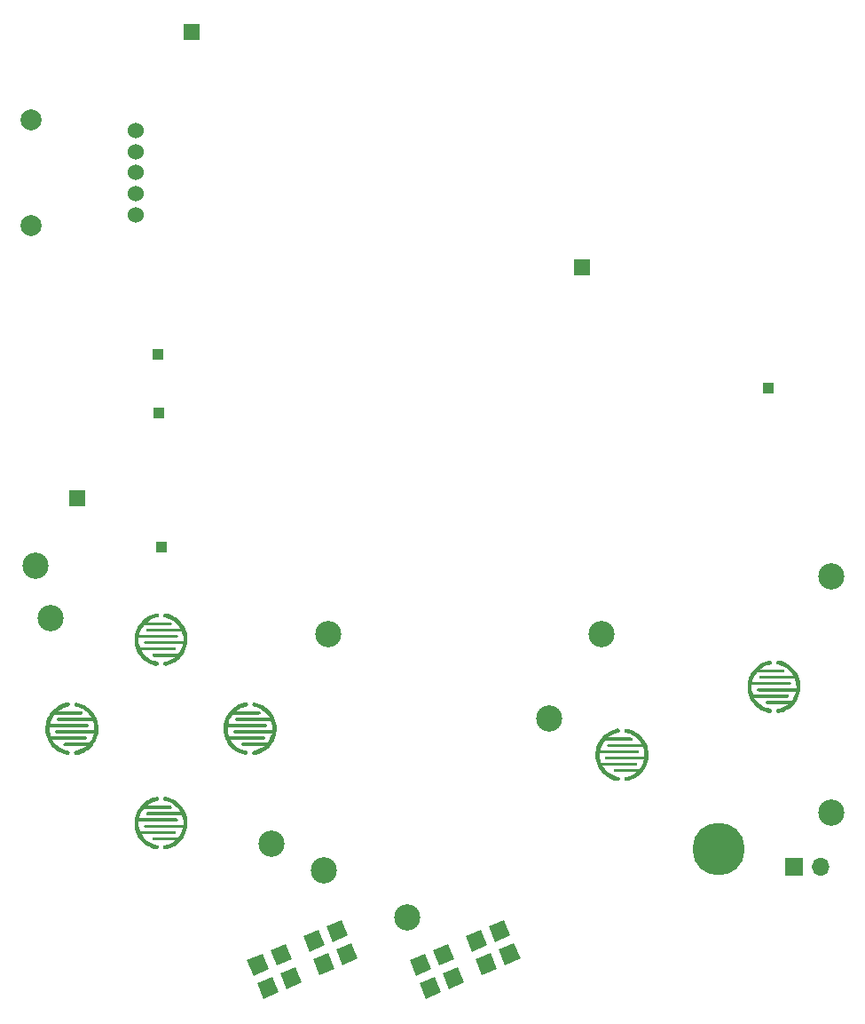
<source format=gts>
G04 #@! TF.GenerationSoftware,KiCad,Pcbnew,(5.1.10-1-10_14)*
G04 #@! TF.CreationDate,2021-11-03T14:22:48+01:00*
G04 #@! TF.ProjectId,hi-board,68692d62-6f61-4726-942e-6b696361645f,rev?*
G04 #@! TF.SameCoordinates,Original*
G04 #@! TF.FileFunction,Soldermask,Top*
G04 #@! TF.FilePolarity,Negative*
%FSLAX46Y46*%
G04 Gerber Fmt 4.6, Leading zero omitted, Abs format (unit mm)*
G04 Created by KiCad (PCBNEW (5.1.10-1-10_14)) date 2021-11-03 14:22:48*
%MOMM*%
%LPD*%
G01*
G04 APERTURE LIST*
%ADD10C,2.500000*%
%ADD11C,5.000000*%
%ADD12R,1.700000X1.700000*%
%ADD13O,1.700000X1.700000*%
%ADD14C,1.524000*%
%ADD15C,2.000000*%
%ADD16C,0.150000*%
%ADD17R,1.500000X1.500000*%
%ADD18R,1.000000X1.000000*%
G04 APERTURE END LIST*
D10*
X38000000Y9500000D03*
X30000000Y14000000D03*
X25000000Y16500000D03*
X4000000Y38000000D03*
X2500000Y43000000D03*
X30500000Y36500000D03*
X51500000Y28500000D03*
X56500000Y36500000D03*
X78500000Y42000000D03*
D11*
X67700000Y16000000D03*
D10*
X78500000Y19500000D03*
D12*
X74930000Y14340000D03*
D13*
X77470000Y14340000D03*
D14*
X12100000Y84500000D03*
X12100000Y82500000D03*
X12100000Y80500000D03*
X12100000Y78500000D03*
X12100000Y76500000D03*
D15*
X2100000Y85500000D03*
X2100000Y75500000D03*
D16*
G36*
X14121372Y38498855D02*
G01*
X14140674Y38495820D01*
X14159589Y38490916D01*
X14177934Y38484191D01*
X14195537Y38475707D01*
X14212227Y38465546D01*
X14227846Y38453804D01*
X14242244Y38440595D01*
X14255285Y38426043D01*
X14266844Y38410288D01*
X14276809Y38393480D01*
X14285087Y38375781D01*
X14291599Y38357358D01*
X14296282Y38338388D01*
X14299091Y38319050D01*
X14300000Y38299531D01*
X14299000Y38280017D01*
X14296100Y38260694D01*
X14291329Y38241745D01*
X14284731Y38223353D01*
X14276370Y38205692D01*
X14266325Y38188932D01*
X14254693Y38173232D01*
X14241584Y38158742D01*
X14227124Y38145599D01*
X14211450Y38133931D01*
X14194713Y38123848D01*
X14177072Y38115447D01*
X14158695Y38108807D01*
X14139757Y38103991D01*
X14019517Y38079602D01*
X13816927Y38022024D01*
X13622869Y37945716D01*
X13437189Y37850839D01*
X13261653Y37738294D01*
X13149716Y37650000D01*
X15370000Y37650000D01*
X15372094Y37649985D01*
X15386720Y37649065D01*
X15401187Y37646722D01*
X15415355Y37642979D01*
X15429091Y37637870D01*
X15442263Y37631446D01*
X15454745Y37623767D01*
X15466418Y37614907D01*
X15477171Y37604950D01*
X15486901Y37593991D01*
X15495515Y37582134D01*
X15502931Y37569494D01*
X15509078Y37556191D01*
X15513897Y37542351D01*
X15517343Y37528107D01*
X15519383Y37513595D01*
X15519996Y37498953D01*
X15519178Y37484321D01*
X15516936Y37469838D01*
X15513292Y37455644D01*
X15508279Y37441873D01*
X15501947Y37428656D01*
X15494356Y37416121D01*
X15485577Y37404386D01*
X15475695Y37393564D01*
X15464804Y37383758D01*
X15453009Y37375062D01*
X15440421Y37367558D01*
X15427161Y37361318D01*
X15413355Y37356402D01*
X15399135Y37352857D01*
X15384637Y37350716D01*
X15370000Y37350000D01*
X12849554Y37350000D01*
X12812084Y37306182D01*
X12692678Y37135234D01*
X12590527Y36953458D01*
X12506598Y36762574D01*
X12441696Y36564405D01*
X12416261Y36450000D01*
X15970000Y36450000D01*
X15972094Y36449985D01*
X15986720Y36449065D01*
X16001187Y36446722D01*
X16015355Y36442979D01*
X16029091Y36437870D01*
X16042263Y36431446D01*
X16054745Y36423767D01*
X16066418Y36414907D01*
X16077171Y36404950D01*
X16086901Y36393991D01*
X16095515Y36382134D01*
X16102931Y36369494D01*
X16109078Y36356191D01*
X16113897Y36342351D01*
X16117343Y36328107D01*
X16119383Y36313595D01*
X16119996Y36298953D01*
X16119178Y36284321D01*
X16116936Y36269838D01*
X16113292Y36255644D01*
X16108279Y36241873D01*
X16101947Y36228656D01*
X16094356Y36216121D01*
X16085577Y36204386D01*
X16075695Y36193564D01*
X16064804Y36183758D01*
X16053009Y36175062D01*
X16040421Y36167558D01*
X16027161Y36161318D01*
X16013355Y36156402D01*
X15999135Y36152857D01*
X15984637Y36150716D01*
X15970000Y36150000D01*
X12371179Y36150000D01*
X12368267Y36024956D01*
X12369759Y36009814D01*
X12369759Y35990186D01*
X12367835Y35970654D01*
X12366893Y35965917D01*
X12366415Y35945402D01*
X12381925Y35737459D01*
X12417651Y35532033D01*
X12473255Y35331065D01*
X12509453Y35237089D01*
X12512839Y35238682D01*
X12526645Y35243598D01*
X12540865Y35247143D01*
X12555363Y35249284D01*
X12570000Y35250000D01*
X15770000Y35250000D01*
X15772094Y35249985D01*
X15786720Y35249065D01*
X15801187Y35246722D01*
X15815355Y35242979D01*
X15829091Y35237870D01*
X15842263Y35231446D01*
X15854745Y35223767D01*
X15866418Y35214907D01*
X15877171Y35204950D01*
X15886901Y35193991D01*
X15895515Y35182134D01*
X15902931Y35169494D01*
X15909078Y35156191D01*
X15913897Y35142351D01*
X15917343Y35128107D01*
X15919383Y35113595D01*
X15919996Y35098953D01*
X15919178Y35084321D01*
X15916936Y35069838D01*
X15913292Y35055644D01*
X15908279Y35041873D01*
X15901947Y35028656D01*
X15894356Y35016121D01*
X15885577Y35004386D01*
X15875695Y34993564D01*
X15864804Y34983758D01*
X15853009Y34975062D01*
X15840421Y34967558D01*
X15827161Y34961318D01*
X15813355Y34956402D01*
X15799135Y34952857D01*
X15784637Y34950716D01*
X15770000Y34950000D01*
X12641873Y34950000D01*
X12753105Y34773817D01*
X12881098Y34609200D01*
X13024537Y34457865D01*
X13182065Y34321245D01*
X13352174Y34200649D01*
X13533243Y34097225D01*
X13723534Y34011968D01*
X13921234Y33945688D01*
X14133997Y33896825D01*
X14136714Y33896181D01*
X14155447Y33890620D01*
X14173546Y33883258D01*
X14190842Y33874164D01*
X14207166Y33863427D01*
X14222366Y33851147D01*
X14236295Y33837444D01*
X14248820Y33822445D01*
X14259822Y33806297D01*
X14269195Y33789152D01*
X14276850Y33771174D01*
X14282715Y33752535D01*
X14286733Y33733412D01*
X14288865Y33713989D01*
X14289092Y33694451D01*
X14287412Y33674984D01*
X14283839Y33655773D01*
X14278409Y33637002D01*
X14271174Y33618851D01*
X14262202Y33601493D01*
X14251578Y33585094D01*
X14239405Y33569809D01*
X14225799Y33555784D01*
X14210889Y33543155D01*
X14194818Y33532042D01*
X14177738Y33522549D01*
X14159814Y33514768D01*
X14141216Y33508773D01*
X14122123Y33504622D01*
X14102715Y33502354D01*
X14083179Y33501991D01*
X14063700Y33503536D01*
X14044465Y33506973D01*
X13822170Y33558025D01*
X13819453Y33558669D01*
X13811368Y33561069D01*
X13803363Y33563324D01*
X13587110Y33635824D01*
X13584469Y33636730D01*
X13576689Y33639894D01*
X13568909Y33642933D01*
X13360764Y33736190D01*
X13358224Y33737349D01*
X13350776Y33741265D01*
X13343344Y33745041D01*
X13145291Y33858165D01*
X13142876Y33859566D01*
X13135813Y33864212D01*
X13128818Y33868674D01*
X12942750Y34000583D01*
X12940484Y34002214D01*
X12933952Y34007491D01*
X12927380Y34012650D01*
X12755074Y34162086D01*
X12752977Y34163930D01*
X12746974Y34169837D01*
X12740955Y34175595D01*
X12584053Y34341133D01*
X12582146Y34343172D01*
X12576761Y34349621D01*
X12571319Y34355955D01*
X12431320Y34536014D01*
X12429621Y34538230D01*
X12424873Y34545199D01*
X12420094Y34552008D01*
X12298333Y34744868D01*
X12296859Y34747239D01*
X12292822Y34754623D01*
X12288721Y34761881D01*
X12186361Y34965704D01*
X12185125Y34968207D01*
X12181818Y34975972D01*
X12178455Y34983573D01*
X12096473Y35196412D01*
X12095488Y35199024D01*
X12092968Y35207034D01*
X12090349Y35214967D01*
X12029528Y35434790D01*
X12028802Y35437486D01*
X12027065Y35445752D01*
X12025244Y35453855D01*
X11986164Y35678564D01*
X11985704Y35681318D01*
X11984784Y35689699D01*
X11983760Y35697956D01*
X11966795Y35925406D01*
X11966606Y35928191D01*
X11966508Y35936638D01*
X11966295Y35944938D01*
X11971605Y36172958D01*
X11971689Y36175749D01*
X11972415Y36184160D01*
X11973014Y36192448D01*
X12000550Y36418860D01*
X12000906Y36421630D01*
X12002446Y36429914D01*
X12003854Y36438120D01*
X12053353Y36660766D01*
X12053977Y36663487D01*
X12056322Y36671593D01*
X12058520Y36679610D01*
X12129509Y36896363D01*
X12130396Y36899010D01*
X12133520Y36906846D01*
X12136491Y36914613D01*
X12228293Y37123405D01*
X12229434Y37125953D01*
X12233309Y37133450D01*
X12237022Y37140887D01*
X12348760Y37339722D01*
X12350144Y37342147D01*
X12354710Y37349195D01*
X12359153Y37356269D01*
X12489760Y37543253D01*
X12491374Y37545531D01*
X12496614Y37552109D01*
X12501719Y37558707D01*
X12649950Y37732053D01*
X12651779Y37734162D01*
X12657617Y37740179D01*
X12663358Y37746265D01*
X12827797Y37904319D01*
X12829823Y37906240D01*
X12836210Y37911650D01*
X12842530Y37917157D01*
X13021608Y38058410D01*
X13023812Y38060124D01*
X13030758Y38064927D01*
X13037522Y38069746D01*
X13229527Y38192851D01*
X13231888Y38194342D01*
X13239266Y38198443D01*
X13246474Y38202582D01*
X13449578Y38306362D01*
X13452072Y38307615D01*
X13459775Y38310959D01*
X13467390Y38314392D01*
X13679652Y38397858D01*
X13682257Y38398862D01*
X13690259Y38401441D01*
X13698164Y38404112D01*
X13917557Y38466466D01*
X13920248Y38467211D01*
X13926396Y38468547D01*
X13932477Y38470094D01*
X14060244Y38496009D01*
X14062984Y38496545D01*
X14082340Y38499219D01*
X14101864Y38499992D01*
X14121372Y38498855D01*
G37*
G36*
X14878628Y33501145D02*
G01*
X14859326Y33504180D01*
X14840411Y33509084D01*
X14822066Y33515809D01*
X14804463Y33524293D01*
X14787773Y33534454D01*
X14772154Y33546196D01*
X14757756Y33559405D01*
X14744715Y33573957D01*
X14733156Y33589712D01*
X14723191Y33606520D01*
X14714913Y33624219D01*
X14708401Y33642642D01*
X14703718Y33661612D01*
X14700909Y33680950D01*
X14700000Y33700469D01*
X14701000Y33719983D01*
X14703900Y33739306D01*
X14708671Y33758255D01*
X14715269Y33776647D01*
X14723630Y33794308D01*
X14733675Y33811068D01*
X14745307Y33826768D01*
X14758416Y33841258D01*
X14772876Y33854401D01*
X14788550Y33866069D01*
X14805287Y33876152D01*
X14822928Y33884553D01*
X14841305Y33891193D01*
X14860243Y33896009D01*
X14980483Y33920398D01*
X15183073Y33977976D01*
X15377131Y34054284D01*
X15562811Y34149161D01*
X15738347Y34261706D01*
X15850284Y34350000D01*
X13830000Y34350000D01*
X13827906Y34350015D01*
X13813280Y34350935D01*
X13798813Y34353278D01*
X13784645Y34357021D01*
X13770909Y34362130D01*
X13757737Y34368554D01*
X13745255Y34376233D01*
X13733582Y34385093D01*
X13722829Y34395050D01*
X13713099Y34406009D01*
X13704485Y34417866D01*
X13697069Y34430506D01*
X13690922Y34443809D01*
X13686103Y34457649D01*
X13682657Y34471893D01*
X13680617Y34486405D01*
X13680004Y34501047D01*
X13680822Y34515679D01*
X13683064Y34530162D01*
X13686708Y34544356D01*
X13691721Y34558127D01*
X13698053Y34571344D01*
X13705644Y34583879D01*
X13714423Y34595614D01*
X13724305Y34606436D01*
X13735196Y34616242D01*
X13746991Y34624938D01*
X13759579Y34632442D01*
X13772839Y34638682D01*
X13786645Y34643598D01*
X13800865Y34647143D01*
X13815363Y34649284D01*
X13830000Y34650000D01*
X16150446Y34650000D01*
X16187916Y34693818D01*
X16307322Y34864766D01*
X16409473Y35046542D01*
X16493402Y35237426D01*
X16558304Y35435595D01*
X16583739Y35550000D01*
X13030000Y35550000D01*
X13027906Y35550015D01*
X13013280Y35550935D01*
X12998813Y35553278D01*
X12984645Y35557021D01*
X12970909Y35562130D01*
X12957737Y35568554D01*
X12945255Y35576233D01*
X12933582Y35585093D01*
X12922829Y35595050D01*
X12913099Y35606009D01*
X12904485Y35617866D01*
X12897069Y35630506D01*
X12890922Y35643809D01*
X12886103Y35657649D01*
X12882657Y35671893D01*
X12880617Y35686405D01*
X12880004Y35701047D01*
X12880822Y35715679D01*
X12883064Y35730162D01*
X12886708Y35744356D01*
X12891721Y35758127D01*
X12898053Y35771344D01*
X12905644Y35783879D01*
X12914423Y35795614D01*
X12924305Y35806436D01*
X12935196Y35816242D01*
X12946991Y35824938D01*
X12959579Y35832442D01*
X12972839Y35838682D01*
X12986645Y35843598D01*
X13000865Y35847143D01*
X13015363Y35849284D01*
X13030000Y35850000D01*
X16628821Y35850000D01*
X16631733Y35975044D01*
X16630241Y35990186D01*
X16630241Y36009814D01*
X16632165Y36029346D01*
X16633107Y36034083D01*
X16633585Y36054598D01*
X16618075Y36262541D01*
X16582349Y36467967D01*
X16526745Y36668935D01*
X16495520Y36750000D01*
X13230000Y36750000D01*
X13227906Y36750015D01*
X13213280Y36750935D01*
X13198813Y36753278D01*
X13184645Y36757021D01*
X13170909Y36762130D01*
X13157737Y36768554D01*
X13145255Y36776233D01*
X13133582Y36785093D01*
X13122829Y36795050D01*
X13113099Y36806009D01*
X13104485Y36817866D01*
X13097069Y36830506D01*
X13090922Y36843809D01*
X13086103Y36857649D01*
X13082657Y36871893D01*
X13080617Y36886405D01*
X13080004Y36901047D01*
X13080822Y36915679D01*
X13083064Y36930162D01*
X13086708Y36944356D01*
X13091721Y36958127D01*
X13098053Y36971344D01*
X13105644Y36983879D01*
X13114423Y36995614D01*
X13124305Y37006436D01*
X13135196Y37016242D01*
X13146991Y37024938D01*
X13159579Y37032442D01*
X13172839Y37038682D01*
X13186645Y37043598D01*
X13200865Y37047143D01*
X13215363Y37049284D01*
X13230000Y37050000D01*
X16358127Y37050000D01*
X16246895Y37226183D01*
X16118902Y37390800D01*
X15975463Y37542135D01*
X15817935Y37678755D01*
X15647826Y37799351D01*
X15466757Y37902775D01*
X15276466Y37988032D01*
X15078766Y38054312D01*
X14866003Y38103175D01*
X14863286Y38103819D01*
X14844553Y38109380D01*
X14826454Y38116742D01*
X14809158Y38125836D01*
X14792834Y38136573D01*
X14777634Y38148853D01*
X14763705Y38162556D01*
X14751180Y38177555D01*
X14740178Y38193703D01*
X14730805Y38210848D01*
X14723150Y38228826D01*
X14717285Y38247465D01*
X14713267Y38266588D01*
X14711135Y38286011D01*
X14710908Y38305549D01*
X14712588Y38325016D01*
X14716161Y38344227D01*
X14721591Y38362998D01*
X14728826Y38381149D01*
X14737798Y38398507D01*
X14748422Y38414906D01*
X14760595Y38430191D01*
X14774201Y38444216D01*
X14789111Y38456845D01*
X14805182Y38467958D01*
X14822262Y38477451D01*
X14840186Y38485232D01*
X14858784Y38491227D01*
X14877877Y38495378D01*
X14897285Y38497646D01*
X14916821Y38498009D01*
X14936300Y38496464D01*
X14955535Y38493027D01*
X15177830Y38441975D01*
X15180547Y38441331D01*
X15188632Y38438931D01*
X15196637Y38436676D01*
X15412890Y38364176D01*
X15415531Y38363270D01*
X15423311Y38360106D01*
X15431091Y38357067D01*
X15639236Y38263810D01*
X15641776Y38262651D01*
X15649224Y38258735D01*
X15656656Y38254959D01*
X15854709Y38141835D01*
X15857124Y38140434D01*
X15864187Y38135788D01*
X15871182Y38131326D01*
X16057250Y37999417D01*
X16059516Y37997786D01*
X16066048Y37992509D01*
X16072620Y37987350D01*
X16244926Y37837914D01*
X16247023Y37836070D01*
X16253026Y37830163D01*
X16259045Y37824405D01*
X16415947Y37658867D01*
X16417854Y37656828D01*
X16423239Y37650379D01*
X16428681Y37644045D01*
X16568680Y37463986D01*
X16570379Y37461770D01*
X16575127Y37454801D01*
X16579906Y37447992D01*
X16701667Y37255132D01*
X16703141Y37252761D01*
X16707178Y37245377D01*
X16711279Y37238119D01*
X16813639Y37034296D01*
X16814875Y37031793D01*
X16818182Y37024028D01*
X16821545Y37016427D01*
X16903527Y36803588D01*
X16904512Y36800976D01*
X16907032Y36792966D01*
X16909651Y36785033D01*
X16970472Y36565210D01*
X16971198Y36562514D01*
X16972935Y36554248D01*
X16974756Y36546145D01*
X17013836Y36321436D01*
X17014296Y36318682D01*
X17015216Y36310301D01*
X17016240Y36302044D01*
X17033205Y36074594D01*
X17033394Y36071809D01*
X17033492Y36063362D01*
X17033705Y36055062D01*
X17028395Y35827042D01*
X17028311Y35824251D01*
X17027585Y35815840D01*
X17026986Y35807552D01*
X16999450Y35581140D01*
X16999094Y35578370D01*
X16997554Y35570086D01*
X16996146Y35561880D01*
X16946647Y35339234D01*
X16946023Y35336513D01*
X16943678Y35328407D01*
X16941480Y35320390D01*
X16870491Y35103637D01*
X16869604Y35100990D01*
X16866480Y35093154D01*
X16863509Y35085387D01*
X16771707Y34876595D01*
X16770566Y34874047D01*
X16766691Y34866550D01*
X16762978Y34859113D01*
X16651240Y34660278D01*
X16649856Y34657853D01*
X16645290Y34650805D01*
X16640847Y34643731D01*
X16510240Y34456747D01*
X16508626Y34454469D01*
X16503386Y34447891D01*
X16498281Y34441293D01*
X16350050Y34267947D01*
X16348221Y34265838D01*
X16342383Y34259821D01*
X16336642Y34253735D01*
X16172203Y34095681D01*
X16170177Y34093760D01*
X16163790Y34088350D01*
X16157470Y34082843D01*
X15978392Y33941590D01*
X15976188Y33939876D01*
X15969242Y33935073D01*
X15962478Y33930254D01*
X15770473Y33807149D01*
X15768112Y33805658D01*
X15760734Y33801557D01*
X15753526Y33797418D01*
X15550422Y33693638D01*
X15547928Y33692385D01*
X15540225Y33689041D01*
X15532610Y33685608D01*
X15320348Y33602142D01*
X15317743Y33601138D01*
X15309741Y33598559D01*
X15301836Y33595888D01*
X15082443Y33533534D01*
X15079752Y33532789D01*
X15073604Y33531453D01*
X15067523Y33529906D01*
X14939756Y33503991D01*
X14937016Y33503455D01*
X14917660Y33500781D01*
X14898136Y33500008D01*
X14878628Y33501145D01*
G37*
G36*
X72621372Y33998855D02*
G01*
X72640674Y33995820D01*
X72659589Y33990916D01*
X72677934Y33984191D01*
X72695537Y33975707D01*
X72712227Y33965546D01*
X72727846Y33953804D01*
X72742244Y33940595D01*
X72755285Y33926043D01*
X72766844Y33910288D01*
X72776809Y33893480D01*
X72785087Y33875781D01*
X72791599Y33857358D01*
X72796282Y33838388D01*
X72799091Y33819050D01*
X72800000Y33799531D01*
X72799000Y33780017D01*
X72796100Y33760694D01*
X72791329Y33741745D01*
X72784731Y33723353D01*
X72776370Y33705692D01*
X72766325Y33688932D01*
X72754693Y33673232D01*
X72741584Y33658742D01*
X72727124Y33645599D01*
X72711450Y33633931D01*
X72694713Y33623848D01*
X72677072Y33615447D01*
X72658695Y33608807D01*
X72639757Y33603991D01*
X72519517Y33579602D01*
X72316927Y33522024D01*
X72122869Y33445716D01*
X71937189Y33350839D01*
X71761653Y33238294D01*
X71649716Y33150000D01*
X73870000Y33150000D01*
X73872094Y33149985D01*
X73886720Y33149065D01*
X73901187Y33146722D01*
X73915355Y33142979D01*
X73929091Y33137870D01*
X73942263Y33131446D01*
X73954745Y33123767D01*
X73966418Y33114907D01*
X73977171Y33104950D01*
X73986901Y33093991D01*
X73995515Y33082134D01*
X74002931Y33069494D01*
X74009078Y33056191D01*
X74013897Y33042351D01*
X74017343Y33028107D01*
X74019383Y33013595D01*
X74019996Y32998953D01*
X74019178Y32984321D01*
X74016936Y32969838D01*
X74013292Y32955644D01*
X74008279Y32941873D01*
X74001947Y32928656D01*
X73994356Y32916121D01*
X73985577Y32904386D01*
X73975695Y32893564D01*
X73964804Y32883758D01*
X73953009Y32875062D01*
X73940421Y32867558D01*
X73927161Y32861318D01*
X73913355Y32856402D01*
X73899135Y32852857D01*
X73884637Y32850716D01*
X73870000Y32850000D01*
X71349554Y32850000D01*
X71312084Y32806182D01*
X71192678Y32635234D01*
X71090527Y32453458D01*
X71006598Y32262574D01*
X70941696Y32064405D01*
X70916261Y31950000D01*
X74470000Y31950000D01*
X74472094Y31949985D01*
X74486720Y31949065D01*
X74501187Y31946722D01*
X74515355Y31942979D01*
X74529091Y31937870D01*
X74542263Y31931446D01*
X74554745Y31923767D01*
X74566418Y31914907D01*
X74577171Y31904950D01*
X74586901Y31893991D01*
X74595515Y31882134D01*
X74602931Y31869494D01*
X74609078Y31856191D01*
X74613897Y31842351D01*
X74617343Y31828107D01*
X74619383Y31813595D01*
X74619996Y31798953D01*
X74619178Y31784321D01*
X74616936Y31769838D01*
X74613292Y31755644D01*
X74608279Y31741873D01*
X74601947Y31728656D01*
X74594356Y31716121D01*
X74585577Y31704386D01*
X74575695Y31693564D01*
X74564804Y31683758D01*
X74553009Y31675062D01*
X74540421Y31667558D01*
X74527161Y31661318D01*
X74513355Y31656402D01*
X74499135Y31652857D01*
X74484637Y31650716D01*
X74470000Y31650000D01*
X70871179Y31650000D01*
X70868267Y31524956D01*
X70869759Y31509814D01*
X70869759Y31490186D01*
X70867835Y31470654D01*
X70866893Y31465917D01*
X70866415Y31445402D01*
X70881925Y31237459D01*
X70917651Y31032033D01*
X70973255Y30831065D01*
X71009453Y30737089D01*
X71012839Y30738682D01*
X71026645Y30743598D01*
X71040865Y30747143D01*
X71055363Y30749284D01*
X71070000Y30750000D01*
X74270000Y30750000D01*
X74272094Y30749985D01*
X74286720Y30749065D01*
X74301187Y30746722D01*
X74315355Y30742979D01*
X74329091Y30737870D01*
X74342263Y30731446D01*
X74354745Y30723767D01*
X74366418Y30714907D01*
X74377171Y30704950D01*
X74386901Y30693991D01*
X74395515Y30682134D01*
X74402931Y30669494D01*
X74409078Y30656191D01*
X74413897Y30642351D01*
X74417343Y30628107D01*
X74419383Y30613595D01*
X74419996Y30598953D01*
X74419178Y30584321D01*
X74416936Y30569838D01*
X74413292Y30555644D01*
X74408279Y30541873D01*
X74401947Y30528656D01*
X74394356Y30516121D01*
X74385577Y30504386D01*
X74375695Y30493564D01*
X74364804Y30483758D01*
X74353009Y30475062D01*
X74340421Y30467558D01*
X74327161Y30461318D01*
X74313355Y30456402D01*
X74299135Y30452857D01*
X74284637Y30450716D01*
X74270000Y30450000D01*
X71141873Y30450000D01*
X71253105Y30273817D01*
X71381098Y30109200D01*
X71524537Y29957865D01*
X71682065Y29821245D01*
X71852174Y29700649D01*
X72033243Y29597225D01*
X72223534Y29511968D01*
X72421234Y29445688D01*
X72633997Y29396825D01*
X72636714Y29396181D01*
X72655447Y29390620D01*
X72673546Y29383258D01*
X72690842Y29374164D01*
X72707166Y29363427D01*
X72722366Y29351147D01*
X72736295Y29337444D01*
X72748820Y29322445D01*
X72759822Y29306297D01*
X72769195Y29289152D01*
X72776850Y29271174D01*
X72782715Y29252535D01*
X72786733Y29233412D01*
X72788865Y29213989D01*
X72789092Y29194451D01*
X72787412Y29174984D01*
X72783839Y29155773D01*
X72778409Y29137002D01*
X72771174Y29118851D01*
X72762202Y29101493D01*
X72751578Y29085094D01*
X72739405Y29069809D01*
X72725799Y29055784D01*
X72710889Y29043155D01*
X72694818Y29032042D01*
X72677738Y29022549D01*
X72659814Y29014768D01*
X72641216Y29008773D01*
X72622123Y29004622D01*
X72602715Y29002354D01*
X72583179Y29001991D01*
X72563700Y29003536D01*
X72544465Y29006973D01*
X72322170Y29058025D01*
X72319453Y29058669D01*
X72311368Y29061069D01*
X72303363Y29063324D01*
X72087110Y29135824D01*
X72084469Y29136730D01*
X72076689Y29139894D01*
X72068909Y29142933D01*
X71860764Y29236190D01*
X71858224Y29237349D01*
X71850776Y29241265D01*
X71843344Y29245041D01*
X71645291Y29358165D01*
X71642876Y29359566D01*
X71635813Y29364212D01*
X71628818Y29368674D01*
X71442750Y29500583D01*
X71440484Y29502214D01*
X71433952Y29507491D01*
X71427380Y29512650D01*
X71255074Y29662086D01*
X71252977Y29663930D01*
X71246974Y29669837D01*
X71240955Y29675595D01*
X71084053Y29841133D01*
X71082146Y29843172D01*
X71076761Y29849621D01*
X71071319Y29855955D01*
X70931320Y30036014D01*
X70929621Y30038230D01*
X70924873Y30045199D01*
X70920094Y30052008D01*
X70798333Y30244868D01*
X70796859Y30247239D01*
X70792822Y30254623D01*
X70788721Y30261881D01*
X70686361Y30465704D01*
X70685125Y30468207D01*
X70681818Y30475972D01*
X70678455Y30483573D01*
X70596473Y30696412D01*
X70595488Y30699024D01*
X70592968Y30707034D01*
X70590349Y30714967D01*
X70529528Y30934790D01*
X70528802Y30937486D01*
X70527065Y30945752D01*
X70525244Y30953855D01*
X70486164Y31178564D01*
X70485704Y31181318D01*
X70484784Y31189699D01*
X70483760Y31197956D01*
X70466795Y31425406D01*
X70466606Y31428191D01*
X70466508Y31436638D01*
X70466295Y31444938D01*
X70471605Y31672958D01*
X70471689Y31675749D01*
X70472415Y31684160D01*
X70473014Y31692448D01*
X70500550Y31918860D01*
X70500906Y31921630D01*
X70502446Y31929914D01*
X70503854Y31938120D01*
X70553353Y32160766D01*
X70553977Y32163487D01*
X70556322Y32171593D01*
X70558520Y32179610D01*
X70629509Y32396363D01*
X70630396Y32399010D01*
X70633520Y32406846D01*
X70636491Y32414613D01*
X70728293Y32623405D01*
X70729434Y32625953D01*
X70733309Y32633450D01*
X70737022Y32640887D01*
X70848760Y32839722D01*
X70850144Y32842147D01*
X70854710Y32849195D01*
X70859153Y32856269D01*
X70989760Y33043253D01*
X70991374Y33045531D01*
X70996614Y33052109D01*
X71001719Y33058707D01*
X71149950Y33232053D01*
X71151779Y33234162D01*
X71157617Y33240179D01*
X71163358Y33246265D01*
X71327797Y33404319D01*
X71329823Y33406240D01*
X71336210Y33411650D01*
X71342530Y33417157D01*
X71521608Y33558410D01*
X71523812Y33560124D01*
X71530758Y33564927D01*
X71537522Y33569746D01*
X71729527Y33692851D01*
X71731888Y33694342D01*
X71739266Y33698443D01*
X71746474Y33702582D01*
X71949578Y33806362D01*
X71952072Y33807615D01*
X71959775Y33810959D01*
X71967390Y33814392D01*
X72179652Y33897858D01*
X72182257Y33898862D01*
X72190259Y33901441D01*
X72198164Y33904112D01*
X72417557Y33966466D01*
X72420248Y33967211D01*
X72426396Y33968547D01*
X72432477Y33970094D01*
X72560244Y33996009D01*
X72562984Y33996545D01*
X72582340Y33999219D01*
X72601864Y33999992D01*
X72621372Y33998855D01*
G37*
G36*
X73378628Y29001145D02*
G01*
X73359326Y29004180D01*
X73340411Y29009084D01*
X73322066Y29015809D01*
X73304463Y29024293D01*
X73287773Y29034454D01*
X73272154Y29046196D01*
X73257756Y29059405D01*
X73244715Y29073957D01*
X73233156Y29089712D01*
X73223191Y29106520D01*
X73214913Y29124219D01*
X73208401Y29142642D01*
X73203718Y29161612D01*
X73200909Y29180950D01*
X73200000Y29200469D01*
X73201000Y29219983D01*
X73203900Y29239306D01*
X73208671Y29258255D01*
X73215269Y29276647D01*
X73223630Y29294308D01*
X73233675Y29311068D01*
X73245307Y29326768D01*
X73258416Y29341258D01*
X73272876Y29354401D01*
X73288550Y29366069D01*
X73305287Y29376152D01*
X73322928Y29384553D01*
X73341305Y29391193D01*
X73360243Y29396009D01*
X73480483Y29420398D01*
X73683073Y29477976D01*
X73877131Y29554284D01*
X74062811Y29649161D01*
X74238347Y29761706D01*
X74350284Y29850000D01*
X72330000Y29850000D01*
X72327906Y29850015D01*
X72313280Y29850935D01*
X72298813Y29853278D01*
X72284645Y29857021D01*
X72270909Y29862130D01*
X72257737Y29868554D01*
X72245255Y29876233D01*
X72233582Y29885093D01*
X72222829Y29895050D01*
X72213099Y29906009D01*
X72204485Y29917866D01*
X72197069Y29930506D01*
X72190922Y29943809D01*
X72186103Y29957649D01*
X72182657Y29971893D01*
X72180617Y29986405D01*
X72180004Y30001047D01*
X72180822Y30015679D01*
X72183064Y30030162D01*
X72186708Y30044356D01*
X72191721Y30058127D01*
X72198053Y30071344D01*
X72205644Y30083879D01*
X72214423Y30095614D01*
X72224305Y30106436D01*
X72235196Y30116242D01*
X72246991Y30124938D01*
X72259579Y30132442D01*
X72272839Y30138682D01*
X72286645Y30143598D01*
X72300865Y30147143D01*
X72315363Y30149284D01*
X72330000Y30150000D01*
X74650446Y30150000D01*
X74687916Y30193818D01*
X74807322Y30364766D01*
X74909473Y30546542D01*
X74993402Y30737426D01*
X75058304Y30935595D01*
X75083739Y31050000D01*
X71530000Y31050000D01*
X71527906Y31050015D01*
X71513280Y31050935D01*
X71498813Y31053278D01*
X71484645Y31057021D01*
X71470909Y31062130D01*
X71457737Y31068554D01*
X71445255Y31076233D01*
X71433582Y31085093D01*
X71422829Y31095050D01*
X71413099Y31106009D01*
X71404485Y31117866D01*
X71397069Y31130506D01*
X71390922Y31143809D01*
X71386103Y31157649D01*
X71382657Y31171893D01*
X71380617Y31186405D01*
X71380004Y31201047D01*
X71380822Y31215679D01*
X71383064Y31230162D01*
X71386708Y31244356D01*
X71391721Y31258127D01*
X71398053Y31271344D01*
X71405644Y31283879D01*
X71414423Y31295614D01*
X71424305Y31306436D01*
X71435196Y31316242D01*
X71446991Y31324938D01*
X71459579Y31332442D01*
X71472839Y31338682D01*
X71486645Y31343598D01*
X71500865Y31347143D01*
X71515363Y31349284D01*
X71530000Y31350000D01*
X75128821Y31350000D01*
X75131733Y31475044D01*
X75130241Y31490186D01*
X75130241Y31509814D01*
X75132165Y31529346D01*
X75133107Y31534083D01*
X75133585Y31554598D01*
X75118075Y31762541D01*
X75082349Y31967967D01*
X75026745Y32168935D01*
X74995520Y32250000D01*
X71730000Y32250000D01*
X71727906Y32250015D01*
X71713280Y32250935D01*
X71698813Y32253278D01*
X71684645Y32257021D01*
X71670909Y32262130D01*
X71657737Y32268554D01*
X71645255Y32276233D01*
X71633582Y32285093D01*
X71622829Y32295050D01*
X71613099Y32306009D01*
X71604485Y32317866D01*
X71597069Y32330506D01*
X71590922Y32343809D01*
X71586103Y32357649D01*
X71582657Y32371893D01*
X71580617Y32386405D01*
X71580004Y32401047D01*
X71580822Y32415679D01*
X71583064Y32430162D01*
X71586708Y32444356D01*
X71591721Y32458127D01*
X71598053Y32471344D01*
X71605644Y32483879D01*
X71614423Y32495614D01*
X71624305Y32506436D01*
X71635196Y32516242D01*
X71646991Y32524938D01*
X71659579Y32532442D01*
X71672839Y32538682D01*
X71686645Y32543598D01*
X71700865Y32547143D01*
X71715363Y32549284D01*
X71730000Y32550000D01*
X74858127Y32550000D01*
X74746895Y32726183D01*
X74618902Y32890800D01*
X74475463Y33042135D01*
X74317935Y33178755D01*
X74147826Y33299351D01*
X73966757Y33402775D01*
X73776466Y33488032D01*
X73578766Y33554312D01*
X73366003Y33603175D01*
X73363286Y33603819D01*
X73344553Y33609380D01*
X73326454Y33616742D01*
X73309158Y33625836D01*
X73292834Y33636573D01*
X73277634Y33648853D01*
X73263705Y33662556D01*
X73251180Y33677555D01*
X73240178Y33693703D01*
X73230805Y33710848D01*
X73223150Y33728826D01*
X73217285Y33747465D01*
X73213267Y33766588D01*
X73211135Y33786011D01*
X73210908Y33805549D01*
X73212588Y33825016D01*
X73216161Y33844227D01*
X73221591Y33862998D01*
X73228826Y33881149D01*
X73237798Y33898507D01*
X73248422Y33914906D01*
X73260595Y33930191D01*
X73274201Y33944216D01*
X73289111Y33956845D01*
X73305182Y33967958D01*
X73322262Y33977451D01*
X73340186Y33985232D01*
X73358784Y33991227D01*
X73377877Y33995378D01*
X73397285Y33997646D01*
X73416821Y33998009D01*
X73436300Y33996464D01*
X73455535Y33993027D01*
X73677830Y33941975D01*
X73680547Y33941331D01*
X73688632Y33938931D01*
X73696637Y33936676D01*
X73912890Y33864176D01*
X73915531Y33863270D01*
X73923311Y33860106D01*
X73931091Y33857067D01*
X74139236Y33763810D01*
X74141776Y33762651D01*
X74149224Y33758735D01*
X74156656Y33754959D01*
X74354709Y33641835D01*
X74357124Y33640434D01*
X74364187Y33635788D01*
X74371182Y33631326D01*
X74557250Y33499417D01*
X74559516Y33497786D01*
X74566048Y33492509D01*
X74572620Y33487350D01*
X74744926Y33337914D01*
X74747023Y33336070D01*
X74753026Y33330163D01*
X74759045Y33324405D01*
X74915947Y33158867D01*
X74917854Y33156828D01*
X74923239Y33150379D01*
X74928681Y33144045D01*
X75068680Y32963986D01*
X75070379Y32961770D01*
X75075127Y32954801D01*
X75079906Y32947992D01*
X75201667Y32755132D01*
X75203141Y32752761D01*
X75207178Y32745377D01*
X75211279Y32738119D01*
X75313639Y32534296D01*
X75314875Y32531793D01*
X75318182Y32524028D01*
X75321545Y32516427D01*
X75403527Y32303588D01*
X75404512Y32300976D01*
X75407032Y32292966D01*
X75409651Y32285033D01*
X75470472Y32065210D01*
X75471198Y32062514D01*
X75472935Y32054248D01*
X75474756Y32046145D01*
X75513836Y31821436D01*
X75514296Y31818682D01*
X75515216Y31810301D01*
X75516240Y31802044D01*
X75533205Y31574594D01*
X75533394Y31571809D01*
X75533492Y31563362D01*
X75533705Y31555062D01*
X75528395Y31327042D01*
X75528311Y31324251D01*
X75527585Y31315840D01*
X75526986Y31307552D01*
X75499450Y31081140D01*
X75499094Y31078370D01*
X75497554Y31070086D01*
X75496146Y31061880D01*
X75446647Y30839234D01*
X75446023Y30836513D01*
X75443678Y30828407D01*
X75441480Y30820390D01*
X75370491Y30603637D01*
X75369604Y30600990D01*
X75366480Y30593154D01*
X75363509Y30585387D01*
X75271707Y30376595D01*
X75270566Y30374047D01*
X75266691Y30366550D01*
X75262978Y30359113D01*
X75151240Y30160278D01*
X75149856Y30157853D01*
X75145290Y30150805D01*
X75140847Y30143731D01*
X75010240Y29956747D01*
X75008626Y29954469D01*
X75003386Y29947891D01*
X74998281Y29941293D01*
X74850050Y29767947D01*
X74848221Y29765838D01*
X74842383Y29759821D01*
X74836642Y29753735D01*
X74672203Y29595681D01*
X74670177Y29593760D01*
X74663790Y29588350D01*
X74657470Y29582843D01*
X74478392Y29441590D01*
X74476188Y29439876D01*
X74469242Y29435073D01*
X74462478Y29430254D01*
X74270473Y29307149D01*
X74268112Y29305658D01*
X74260734Y29301557D01*
X74253526Y29297418D01*
X74050422Y29193638D01*
X74047928Y29192385D01*
X74040225Y29189041D01*
X74032610Y29185608D01*
X73820348Y29102142D01*
X73817743Y29101138D01*
X73809741Y29098559D01*
X73801836Y29095888D01*
X73582443Y29033534D01*
X73579752Y29032789D01*
X73573604Y29031453D01*
X73567523Y29029906D01*
X73439756Y29003991D01*
X73437016Y29003455D01*
X73417660Y29000781D01*
X73398136Y29000008D01*
X73378628Y29001145D01*
G37*
G36*
X14878628Y16001145D02*
G01*
X14859326Y16004180D01*
X14840411Y16009084D01*
X14822066Y16015809D01*
X14804463Y16024293D01*
X14787773Y16034454D01*
X14772154Y16046196D01*
X14757756Y16059405D01*
X14744715Y16073957D01*
X14733156Y16089712D01*
X14723191Y16106520D01*
X14714913Y16124219D01*
X14708401Y16142642D01*
X14703718Y16161612D01*
X14700909Y16180950D01*
X14700000Y16200469D01*
X14701000Y16219983D01*
X14703900Y16239306D01*
X14708671Y16258255D01*
X14715269Y16276647D01*
X14723630Y16294308D01*
X14733675Y16311068D01*
X14745307Y16326768D01*
X14758416Y16341258D01*
X14772876Y16354401D01*
X14788550Y16366069D01*
X14805287Y16376152D01*
X14822928Y16384553D01*
X14841305Y16391193D01*
X14860243Y16396009D01*
X14980483Y16420398D01*
X15183073Y16477976D01*
X15377131Y16554284D01*
X15562811Y16649161D01*
X15738347Y16761706D01*
X15850284Y16850000D01*
X13830000Y16850000D01*
X13827906Y16850015D01*
X13813280Y16850935D01*
X13798813Y16853278D01*
X13784645Y16857021D01*
X13770909Y16862130D01*
X13757737Y16868554D01*
X13745255Y16876233D01*
X13733582Y16885093D01*
X13722829Y16895050D01*
X13713099Y16906009D01*
X13704485Y16917866D01*
X13697069Y16930506D01*
X13690922Y16943809D01*
X13686103Y16957649D01*
X13682657Y16971893D01*
X13680617Y16986405D01*
X13680004Y17001047D01*
X13680822Y17015679D01*
X13683064Y17030162D01*
X13686708Y17044356D01*
X13691721Y17058127D01*
X13698053Y17071344D01*
X13705644Y17083879D01*
X13714423Y17095614D01*
X13724305Y17106436D01*
X13735196Y17116242D01*
X13746991Y17124938D01*
X13759579Y17132442D01*
X13772839Y17138682D01*
X13786645Y17143598D01*
X13800865Y17147143D01*
X13815363Y17149284D01*
X13830000Y17150000D01*
X16150446Y17150000D01*
X16187916Y17193818D01*
X16307322Y17364766D01*
X16409473Y17546542D01*
X16493402Y17737426D01*
X16558304Y17935595D01*
X16583739Y18050000D01*
X13030000Y18050000D01*
X13027906Y18050015D01*
X13013280Y18050935D01*
X12998813Y18053278D01*
X12984645Y18057021D01*
X12970909Y18062130D01*
X12957737Y18068554D01*
X12945255Y18076233D01*
X12933582Y18085093D01*
X12922829Y18095050D01*
X12913099Y18106009D01*
X12904485Y18117866D01*
X12897069Y18130506D01*
X12890922Y18143809D01*
X12886103Y18157649D01*
X12882657Y18171893D01*
X12880617Y18186405D01*
X12880004Y18201047D01*
X12880822Y18215679D01*
X12883064Y18230162D01*
X12886708Y18244356D01*
X12891721Y18258127D01*
X12898053Y18271344D01*
X12905644Y18283879D01*
X12914423Y18295614D01*
X12924305Y18306436D01*
X12935196Y18316242D01*
X12946991Y18324938D01*
X12959579Y18332442D01*
X12972839Y18338682D01*
X12986645Y18343598D01*
X13000865Y18347143D01*
X13015363Y18349284D01*
X13030000Y18350000D01*
X16628821Y18350000D01*
X16631733Y18475044D01*
X16630241Y18490186D01*
X16630241Y18509814D01*
X16632165Y18529346D01*
X16633107Y18534083D01*
X16633585Y18554598D01*
X16618075Y18762541D01*
X16582349Y18967967D01*
X16526745Y19168935D01*
X16495520Y19250000D01*
X13230000Y19250000D01*
X13227906Y19250015D01*
X13213280Y19250935D01*
X13198813Y19253278D01*
X13184645Y19257021D01*
X13170909Y19262130D01*
X13157737Y19268554D01*
X13145255Y19276233D01*
X13133582Y19285093D01*
X13122829Y19295050D01*
X13113099Y19306009D01*
X13104485Y19317866D01*
X13097069Y19330506D01*
X13090922Y19343809D01*
X13086103Y19357649D01*
X13082657Y19371893D01*
X13080617Y19386405D01*
X13080004Y19401047D01*
X13080822Y19415679D01*
X13083064Y19430162D01*
X13086708Y19444356D01*
X13091721Y19458127D01*
X13098053Y19471344D01*
X13105644Y19483879D01*
X13114423Y19495614D01*
X13124305Y19506436D01*
X13135196Y19516242D01*
X13146991Y19524938D01*
X13159579Y19532442D01*
X13172839Y19538682D01*
X13186645Y19543598D01*
X13200865Y19547143D01*
X13215363Y19549284D01*
X13230000Y19550000D01*
X16358127Y19550000D01*
X16246895Y19726183D01*
X16118902Y19890800D01*
X15975463Y20042135D01*
X15817935Y20178755D01*
X15647826Y20299351D01*
X15466757Y20402775D01*
X15276466Y20488032D01*
X15078766Y20554312D01*
X14866003Y20603175D01*
X14863286Y20603819D01*
X14844553Y20609380D01*
X14826454Y20616742D01*
X14809158Y20625836D01*
X14792834Y20636573D01*
X14777634Y20648853D01*
X14763705Y20662556D01*
X14751180Y20677555D01*
X14740178Y20693703D01*
X14730805Y20710848D01*
X14723150Y20728826D01*
X14717285Y20747465D01*
X14713267Y20766588D01*
X14711135Y20786011D01*
X14710908Y20805549D01*
X14712588Y20825016D01*
X14716161Y20844227D01*
X14721591Y20862998D01*
X14728826Y20881149D01*
X14737798Y20898507D01*
X14748422Y20914906D01*
X14760595Y20930191D01*
X14774201Y20944216D01*
X14789111Y20956845D01*
X14805182Y20967958D01*
X14822262Y20977451D01*
X14840186Y20985232D01*
X14858784Y20991227D01*
X14877877Y20995378D01*
X14897285Y20997646D01*
X14916821Y20998009D01*
X14936300Y20996464D01*
X14955535Y20993027D01*
X15177830Y20941975D01*
X15180547Y20941331D01*
X15188632Y20938931D01*
X15196637Y20936676D01*
X15412890Y20864176D01*
X15415531Y20863270D01*
X15423311Y20860106D01*
X15431091Y20857067D01*
X15639236Y20763810D01*
X15641776Y20762651D01*
X15649224Y20758735D01*
X15656656Y20754959D01*
X15854709Y20641835D01*
X15857124Y20640434D01*
X15864187Y20635788D01*
X15871182Y20631326D01*
X16057250Y20499417D01*
X16059516Y20497786D01*
X16066048Y20492509D01*
X16072620Y20487350D01*
X16244926Y20337914D01*
X16247023Y20336070D01*
X16253026Y20330163D01*
X16259045Y20324405D01*
X16415947Y20158867D01*
X16417854Y20156828D01*
X16423239Y20150379D01*
X16428681Y20144045D01*
X16568680Y19963986D01*
X16570379Y19961770D01*
X16575127Y19954801D01*
X16579906Y19947992D01*
X16701667Y19755132D01*
X16703141Y19752761D01*
X16707178Y19745377D01*
X16711279Y19738119D01*
X16813639Y19534296D01*
X16814875Y19531793D01*
X16818182Y19524028D01*
X16821545Y19516427D01*
X16903527Y19303588D01*
X16904512Y19300976D01*
X16907032Y19292966D01*
X16909651Y19285033D01*
X16970472Y19065210D01*
X16971198Y19062514D01*
X16972935Y19054248D01*
X16974756Y19046145D01*
X17013836Y18821436D01*
X17014296Y18818682D01*
X17015216Y18810301D01*
X17016240Y18802044D01*
X17033205Y18574594D01*
X17033394Y18571809D01*
X17033492Y18563362D01*
X17033705Y18555062D01*
X17028395Y18327042D01*
X17028311Y18324251D01*
X17027585Y18315840D01*
X17026986Y18307552D01*
X16999450Y18081140D01*
X16999094Y18078370D01*
X16997554Y18070086D01*
X16996146Y18061880D01*
X16946647Y17839234D01*
X16946023Y17836513D01*
X16943678Y17828407D01*
X16941480Y17820390D01*
X16870491Y17603637D01*
X16869604Y17600990D01*
X16866480Y17593154D01*
X16863509Y17585387D01*
X16771707Y17376595D01*
X16770566Y17374047D01*
X16766691Y17366550D01*
X16762978Y17359113D01*
X16651240Y17160278D01*
X16649856Y17157853D01*
X16645290Y17150805D01*
X16640847Y17143731D01*
X16510240Y16956747D01*
X16508626Y16954469D01*
X16503386Y16947891D01*
X16498281Y16941293D01*
X16350050Y16767947D01*
X16348221Y16765838D01*
X16342383Y16759821D01*
X16336642Y16753735D01*
X16172203Y16595681D01*
X16170177Y16593760D01*
X16163790Y16588350D01*
X16157470Y16582843D01*
X15978392Y16441590D01*
X15976188Y16439876D01*
X15969242Y16435073D01*
X15962478Y16430254D01*
X15770473Y16307149D01*
X15768112Y16305658D01*
X15760734Y16301557D01*
X15753526Y16297418D01*
X15550422Y16193638D01*
X15547928Y16192385D01*
X15540225Y16189041D01*
X15532610Y16185608D01*
X15320348Y16102142D01*
X15317743Y16101138D01*
X15309741Y16098559D01*
X15301836Y16095888D01*
X15082443Y16033534D01*
X15079752Y16032789D01*
X15073604Y16031453D01*
X15067523Y16029906D01*
X14939756Y16003991D01*
X14937016Y16003455D01*
X14917660Y16000781D01*
X14898136Y16000008D01*
X14878628Y16001145D01*
G37*
G36*
X14121372Y20998855D02*
G01*
X14140674Y20995820D01*
X14159589Y20990916D01*
X14177934Y20984191D01*
X14195537Y20975707D01*
X14212227Y20965546D01*
X14227846Y20953804D01*
X14242244Y20940595D01*
X14255285Y20926043D01*
X14266844Y20910288D01*
X14276809Y20893480D01*
X14285087Y20875781D01*
X14291599Y20857358D01*
X14296282Y20838388D01*
X14299091Y20819050D01*
X14300000Y20799531D01*
X14299000Y20780017D01*
X14296100Y20760694D01*
X14291329Y20741745D01*
X14284731Y20723353D01*
X14276370Y20705692D01*
X14266325Y20688932D01*
X14254693Y20673232D01*
X14241584Y20658742D01*
X14227124Y20645599D01*
X14211450Y20633931D01*
X14194713Y20623848D01*
X14177072Y20615447D01*
X14158695Y20608807D01*
X14139757Y20603991D01*
X14019517Y20579602D01*
X13816927Y20522024D01*
X13622869Y20445716D01*
X13437189Y20350839D01*
X13261653Y20238294D01*
X13149716Y20150000D01*
X15370000Y20150000D01*
X15372094Y20149985D01*
X15386720Y20149065D01*
X15401187Y20146722D01*
X15415355Y20142979D01*
X15429091Y20137870D01*
X15442263Y20131446D01*
X15454745Y20123767D01*
X15466418Y20114907D01*
X15477171Y20104950D01*
X15486901Y20093991D01*
X15495515Y20082134D01*
X15502931Y20069494D01*
X15509078Y20056191D01*
X15513897Y20042351D01*
X15517343Y20028107D01*
X15519383Y20013595D01*
X15519996Y19998953D01*
X15519178Y19984321D01*
X15516936Y19969838D01*
X15513292Y19955644D01*
X15508279Y19941873D01*
X15501947Y19928656D01*
X15494356Y19916121D01*
X15485577Y19904386D01*
X15475695Y19893564D01*
X15464804Y19883758D01*
X15453009Y19875062D01*
X15440421Y19867558D01*
X15427161Y19861318D01*
X15413355Y19856402D01*
X15399135Y19852857D01*
X15384637Y19850716D01*
X15370000Y19850000D01*
X12849554Y19850000D01*
X12812084Y19806182D01*
X12692678Y19635234D01*
X12590527Y19453458D01*
X12506598Y19262574D01*
X12441696Y19064405D01*
X12416261Y18950000D01*
X15970000Y18950000D01*
X15972094Y18949985D01*
X15986720Y18949065D01*
X16001187Y18946722D01*
X16015355Y18942979D01*
X16029091Y18937870D01*
X16042263Y18931446D01*
X16054745Y18923767D01*
X16066418Y18914907D01*
X16077171Y18904950D01*
X16086901Y18893991D01*
X16095515Y18882134D01*
X16102931Y18869494D01*
X16109078Y18856191D01*
X16113897Y18842351D01*
X16117343Y18828107D01*
X16119383Y18813595D01*
X16119996Y18798953D01*
X16119178Y18784321D01*
X16116936Y18769838D01*
X16113292Y18755644D01*
X16108279Y18741873D01*
X16101947Y18728656D01*
X16094356Y18716121D01*
X16085577Y18704386D01*
X16075695Y18693564D01*
X16064804Y18683758D01*
X16053009Y18675062D01*
X16040421Y18667558D01*
X16027161Y18661318D01*
X16013355Y18656402D01*
X15999135Y18652857D01*
X15984637Y18650716D01*
X15970000Y18650000D01*
X12371179Y18650000D01*
X12368267Y18524956D01*
X12369759Y18509814D01*
X12369759Y18490186D01*
X12367835Y18470654D01*
X12366893Y18465917D01*
X12366415Y18445402D01*
X12381925Y18237459D01*
X12417651Y18032033D01*
X12473255Y17831065D01*
X12509453Y17737089D01*
X12512839Y17738682D01*
X12526645Y17743598D01*
X12540865Y17747143D01*
X12555363Y17749284D01*
X12570000Y17750000D01*
X15770000Y17750000D01*
X15772094Y17749985D01*
X15786720Y17749065D01*
X15801187Y17746722D01*
X15815355Y17742979D01*
X15829091Y17737870D01*
X15842263Y17731446D01*
X15854745Y17723767D01*
X15866418Y17714907D01*
X15877171Y17704950D01*
X15886901Y17693991D01*
X15895515Y17682134D01*
X15902931Y17669494D01*
X15909078Y17656191D01*
X15913897Y17642351D01*
X15917343Y17628107D01*
X15919383Y17613595D01*
X15919996Y17598953D01*
X15919178Y17584321D01*
X15916936Y17569838D01*
X15913292Y17555644D01*
X15908279Y17541873D01*
X15901947Y17528656D01*
X15894356Y17516121D01*
X15885577Y17504386D01*
X15875695Y17493564D01*
X15864804Y17483758D01*
X15853009Y17475062D01*
X15840421Y17467558D01*
X15827161Y17461318D01*
X15813355Y17456402D01*
X15799135Y17452857D01*
X15784637Y17450716D01*
X15770000Y17450000D01*
X12641873Y17450000D01*
X12753105Y17273817D01*
X12881098Y17109200D01*
X13024537Y16957865D01*
X13182065Y16821245D01*
X13352174Y16700649D01*
X13533243Y16597225D01*
X13723534Y16511968D01*
X13921234Y16445688D01*
X14133997Y16396825D01*
X14136714Y16396181D01*
X14155447Y16390620D01*
X14173546Y16383258D01*
X14190842Y16374164D01*
X14207166Y16363427D01*
X14222366Y16351147D01*
X14236295Y16337444D01*
X14248820Y16322445D01*
X14259822Y16306297D01*
X14269195Y16289152D01*
X14276850Y16271174D01*
X14282715Y16252535D01*
X14286733Y16233412D01*
X14288865Y16213989D01*
X14289092Y16194451D01*
X14287412Y16174984D01*
X14283839Y16155773D01*
X14278409Y16137002D01*
X14271174Y16118851D01*
X14262202Y16101493D01*
X14251578Y16085094D01*
X14239405Y16069809D01*
X14225799Y16055784D01*
X14210889Y16043155D01*
X14194818Y16032042D01*
X14177738Y16022549D01*
X14159814Y16014768D01*
X14141216Y16008773D01*
X14122123Y16004622D01*
X14102715Y16002354D01*
X14083179Y16001991D01*
X14063700Y16003536D01*
X14044465Y16006973D01*
X13822170Y16058025D01*
X13819453Y16058669D01*
X13811368Y16061069D01*
X13803363Y16063324D01*
X13587110Y16135824D01*
X13584469Y16136730D01*
X13576689Y16139894D01*
X13568909Y16142933D01*
X13360764Y16236190D01*
X13358224Y16237349D01*
X13350776Y16241265D01*
X13343344Y16245041D01*
X13145291Y16358165D01*
X13142876Y16359566D01*
X13135813Y16364212D01*
X13128818Y16368674D01*
X12942750Y16500583D01*
X12940484Y16502214D01*
X12933952Y16507491D01*
X12927380Y16512650D01*
X12755074Y16662086D01*
X12752977Y16663930D01*
X12746974Y16669837D01*
X12740955Y16675595D01*
X12584053Y16841133D01*
X12582146Y16843172D01*
X12576761Y16849621D01*
X12571319Y16855955D01*
X12431320Y17036014D01*
X12429621Y17038230D01*
X12424873Y17045199D01*
X12420094Y17052008D01*
X12298333Y17244868D01*
X12296859Y17247239D01*
X12292822Y17254623D01*
X12288721Y17261881D01*
X12186361Y17465704D01*
X12185125Y17468207D01*
X12181818Y17475972D01*
X12178455Y17483573D01*
X12096473Y17696412D01*
X12095488Y17699024D01*
X12092968Y17707034D01*
X12090349Y17714967D01*
X12029528Y17934790D01*
X12028802Y17937486D01*
X12027065Y17945752D01*
X12025244Y17953855D01*
X11986164Y18178564D01*
X11985704Y18181318D01*
X11984784Y18189699D01*
X11983760Y18197956D01*
X11966795Y18425406D01*
X11966606Y18428191D01*
X11966508Y18436638D01*
X11966295Y18444938D01*
X11971605Y18672958D01*
X11971689Y18675749D01*
X11972415Y18684160D01*
X11973014Y18692448D01*
X12000550Y18918860D01*
X12000906Y18921630D01*
X12002446Y18929914D01*
X12003854Y18938120D01*
X12053353Y19160766D01*
X12053977Y19163487D01*
X12056322Y19171593D01*
X12058520Y19179610D01*
X12129509Y19396363D01*
X12130396Y19399010D01*
X12133520Y19406846D01*
X12136491Y19414613D01*
X12228293Y19623405D01*
X12229434Y19625953D01*
X12233309Y19633450D01*
X12237022Y19640887D01*
X12348760Y19839722D01*
X12350144Y19842147D01*
X12354710Y19849195D01*
X12359153Y19856269D01*
X12489760Y20043253D01*
X12491374Y20045531D01*
X12496614Y20052109D01*
X12501719Y20058707D01*
X12649950Y20232053D01*
X12651779Y20234162D01*
X12657617Y20240179D01*
X12663358Y20246265D01*
X12827797Y20404319D01*
X12829823Y20406240D01*
X12836210Y20411650D01*
X12842530Y20417157D01*
X13021608Y20558410D01*
X13023812Y20560124D01*
X13030758Y20564927D01*
X13037522Y20569746D01*
X13229527Y20692851D01*
X13231888Y20694342D01*
X13239266Y20698443D01*
X13246474Y20702582D01*
X13449578Y20806362D01*
X13452072Y20807615D01*
X13459775Y20810959D01*
X13467390Y20814392D01*
X13679652Y20897858D01*
X13682257Y20898862D01*
X13690259Y20901441D01*
X13698164Y20904112D01*
X13917557Y20966466D01*
X13920248Y20967211D01*
X13926396Y20968547D01*
X13932477Y20970094D01*
X14060244Y20996009D01*
X14062984Y20996545D01*
X14082340Y20999219D01*
X14101864Y20999992D01*
X14121372Y20998855D01*
G37*
G36*
X58878628Y22501145D02*
G01*
X58859326Y22504180D01*
X58840411Y22509084D01*
X58822066Y22515809D01*
X58804463Y22524293D01*
X58787773Y22534454D01*
X58772154Y22546196D01*
X58757756Y22559405D01*
X58744715Y22573957D01*
X58733156Y22589712D01*
X58723191Y22606520D01*
X58714913Y22624219D01*
X58708401Y22642642D01*
X58703718Y22661612D01*
X58700909Y22680950D01*
X58700000Y22700469D01*
X58701000Y22719983D01*
X58703900Y22739306D01*
X58708671Y22758255D01*
X58715269Y22776647D01*
X58723630Y22794308D01*
X58733675Y22811068D01*
X58745307Y22826768D01*
X58758416Y22841258D01*
X58772876Y22854401D01*
X58788550Y22866069D01*
X58805287Y22876152D01*
X58822928Y22884553D01*
X58841305Y22891193D01*
X58860243Y22896009D01*
X58980483Y22920398D01*
X59183073Y22977976D01*
X59377131Y23054284D01*
X59562811Y23149161D01*
X59738347Y23261706D01*
X59850284Y23350000D01*
X57830000Y23350000D01*
X57827906Y23350015D01*
X57813280Y23350935D01*
X57798813Y23353278D01*
X57784645Y23357021D01*
X57770909Y23362130D01*
X57757737Y23368554D01*
X57745255Y23376233D01*
X57733582Y23385093D01*
X57722829Y23395050D01*
X57713099Y23406009D01*
X57704485Y23417866D01*
X57697069Y23430506D01*
X57690922Y23443809D01*
X57686103Y23457649D01*
X57682657Y23471893D01*
X57680617Y23486405D01*
X57680004Y23501047D01*
X57680822Y23515679D01*
X57683064Y23530162D01*
X57686708Y23544356D01*
X57691721Y23558127D01*
X57698053Y23571344D01*
X57705644Y23583879D01*
X57714423Y23595614D01*
X57724305Y23606436D01*
X57735196Y23616242D01*
X57746991Y23624938D01*
X57759579Y23632442D01*
X57772839Y23638682D01*
X57786645Y23643598D01*
X57800865Y23647143D01*
X57815363Y23649284D01*
X57830000Y23650000D01*
X60150446Y23650000D01*
X60187916Y23693818D01*
X60307322Y23864766D01*
X60409473Y24046542D01*
X60493402Y24237426D01*
X60558304Y24435595D01*
X60583739Y24550000D01*
X57030000Y24550000D01*
X57027906Y24550015D01*
X57013280Y24550935D01*
X56998813Y24553278D01*
X56984645Y24557021D01*
X56970909Y24562130D01*
X56957737Y24568554D01*
X56945255Y24576233D01*
X56933582Y24585093D01*
X56922829Y24595050D01*
X56913099Y24606009D01*
X56904485Y24617866D01*
X56897069Y24630506D01*
X56890922Y24643809D01*
X56886103Y24657649D01*
X56882657Y24671893D01*
X56880617Y24686405D01*
X56880004Y24701047D01*
X56880822Y24715679D01*
X56883064Y24730162D01*
X56886708Y24744356D01*
X56891721Y24758127D01*
X56898053Y24771344D01*
X56905644Y24783879D01*
X56914423Y24795614D01*
X56924305Y24806436D01*
X56935196Y24816242D01*
X56946991Y24824938D01*
X56959579Y24832442D01*
X56972839Y24838682D01*
X56986645Y24843598D01*
X57000865Y24847143D01*
X57015363Y24849284D01*
X57030000Y24850000D01*
X60628821Y24850000D01*
X60631733Y24975044D01*
X60630241Y24990186D01*
X60630241Y25009814D01*
X60632165Y25029346D01*
X60633107Y25034083D01*
X60633585Y25054598D01*
X60618075Y25262541D01*
X60582349Y25467967D01*
X60526745Y25668935D01*
X60495520Y25750000D01*
X57230000Y25750000D01*
X57227906Y25750015D01*
X57213280Y25750935D01*
X57198813Y25753278D01*
X57184645Y25757021D01*
X57170909Y25762130D01*
X57157737Y25768554D01*
X57145255Y25776233D01*
X57133582Y25785093D01*
X57122829Y25795050D01*
X57113099Y25806009D01*
X57104485Y25817866D01*
X57097069Y25830506D01*
X57090922Y25843809D01*
X57086103Y25857649D01*
X57082657Y25871893D01*
X57080617Y25886405D01*
X57080004Y25901047D01*
X57080822Y25915679D01*
X57083064Y25930162D01*
X57086708Y25944356D01*
X57091721Y25958127D01*
X57098053Y25971344D01*
X57105644Y25983879D01*
X57114423Y25995614D01*
X57124305Y26006436D01*
X57135196Y26016242D01*
X57146991Y26024938D01*
X57159579Y26032442D01*
X57172839Y26038682D01*
X57186645Y26043598D01*
X57200865Y26047143D01*
X57215363Y26049284D01*
X57230000Y26050000D01*
X60358127Y26050000D01*
X60246895Y26226183D01*
X60118902Y26390800D01*
X59975463Y26542135D01*
X59817935Y26678755D01*
X59647826Y26799351D01*
X59466757Y26902775D01*
X59276466Y26988032D01*
X59078766Y27054312D01*
X58866003Y27103175D01*
X58863286Y27103819D01*
X58844553Y27109380D01*
X58826454Y27116742D01*
X58809158Y27125836D01*
X58792834Y27136573D01*
X58777634Y27148853D01*
X58763705Y27162556D01*
X58751180Y27177555D01*
X58740178Y27193703D01*
X58730805Y27210848D01*
X58723150Y27228826D01*
X58717285Y27247465D01*
X58713267Y27266588D01*
X58711135Y27286011D01*
X58710908Y27305549D01*
X58712588Y27325016D01*
X58716161Y27344227D01*
X58721591Y27362998D01*
X58728826Y27381149D01*
X58737798Y27398507D01*
X58748422Y27414906D01*
X58760595Y27430191D01*
X58774201Y27444216D01*
X58789111Y27456845D01*
X58805182Y27467958D01*
X58822262Y27477451D01*
X58840186Y27485232D01*
X58858784Y27491227D01*
X58877877Y27495378D01*
X58897285Y27497646D01*
X58916821Y27498009D01*
X58936300Y27496464D01*
X58955535Y27493027D01*
X59177830Y27441975D01*
X59180547Y27441331D01*
X59188632Y27438931D01*
X59196637Y27436676D01*
X59412890Y27364176D01*
X59415531Y27363270D01*
X59423311Y27360106D01*
X59431091Y27357067D01*
X59639236Y27263810D01*
X59641776Y27262651D01*
X59649224Y27258735D01*
X59656656Y27254959D01*
X59854709Y27141835D01*
X59857124Y27140434D01*
X59864187Y27135788D01*
X59871182Y27131326D01*
X60057250Y26999417D01*
X60059516Y26997786D01*
X60066048Y26992509D01*
X60072620Y26987350D01*
X60244926Y26837914D01*
X60247023Y26836070D01*
X60253026Y26830163D01*
X60259045Y26824405D01*
X60415947Y26658867D01*
X60417854Y26656828D01*
X60423239Y26650379D01*
X60428681Y26644045D01*
X60568680Y26463986D01*
X60570379Y26461770D01*
X60575127Y26454801D01*
X60579906Y26447992D01*
X60701667Y26255132D01*
X60703141Y26252761D01*
X60707178Y26245377D01*
X60711279Y26238119D01*
X60813639Y26034296D01*
X60814875Y26031793D01*
X60818182Y26024028D01*
X60821545Y26016427D01*
X60903527Y25803588D01*
X60904512Y25800976D01*
X60907032Y25792966D01*
X60909651Y25785033D01*
X60970472Y25565210D01*
X60971198Y25562514D01*
X60972935Y25554248D01*
X60974756Y25546145D01*
X61013836Y25321436D01*
X61014296Y25318682D01*
X61015216Y25310301D01*
X61016240Y25302044D01*
X61033205Y25074594D01*
X61033394Y25071809D01*
X61033492Y25063362D01*
X61033705Y25055062D01*
X61028395Y24827042D01*
X61028311Y24824251D01*
X61027585Y24815840D01*
X61026986Y24807552D01*
X60999450Y24581140D01*
X60999094Y24578370D01*
X60997554Y24570086D01*
X60996146Y24561880D01*
X60946647Y24339234D01*
X60946023Y24336513D01*
X60943678Y24328407D01*
X60941480Y24320390D01*
X60870491Y24103637D01*
X60869604Y24100990D01*
X60866480Y24093154D01*
X60863509Y24085387D01*
X60771707Y23876595D01*
X60770566Y23874047D01*
X60766691Y23866550D01*
X60762978Y23859113D01*
X60651240Y23660278D01*
X60649856Y23657853D01*
X60645290Y23650805D01*
X60640847Y23643731D01*
X60510240Y23456747D01*
X60508626Y23454469D01*
X60503386Y23447891D01*
X60498281Y23441293D01*
X60350050Y23267947D01*
X60348221Y23265838D01*
X60342383Y23259821D01*
X60336642Y23253735D01*
X60172203Y23095681D01*
X60170177Y23093760D01*
X60163790Y23088350D01*
X60157470Y23082843D01*
X59978392Y22941590D01*
X59976188Y22939876D01*
X59969242Y22935073D01*
X59962478Y22930254D01*
X59770473Y22807149D01*
X59768112Y22805658D01*
X59760734Y22801557D01*
X59753526Y22797418D01*
X59550422Y22693638D01*
X59547928Y22692385D01*
X59540225Y22689041D01*
X59532610Y22685608D01*
X59320348Y22602142D01*
X59317743Y22601138D01*
X59309741Y22598559D01*
X59301836Y22595888D01*
X59082443Y22533534D01*
X59079752Y22532789D01*
X59073604Y22531453D01*
X59067523Y22529906D01*
X58939756Y22503991D01*
X58937016Y22503455D01*
X58917660Y22500781D01*
X58898136Y22500008D01*
X58878628Y22501145D01*
G37*
G36*
X58121372Y27498855D02*
G01*
X58140674Y27495820D01*
X58159589Y27490916D01*
X58177934Y27484191D01*
X58195537Y27475707D01*
X58212227Y27465546D01*
X58227846Y27453804D01*
X58242244Y27440595D01*
X58255285Y27426043D01*
X58266844Y27410288D01*
X58276809Y27393480D01*
X58285087Y27375781D01*
X58291599Y27357358D01*
X58296282Y27338388D01*
X58299091Y27319050D01*
X58300000Y27299531D01*
X58299000Y27280017D01*
X58296100Y27260694D01*
X58291329Y27241745D01*
X58284731Y27223353D01*
X58276370Y27205692D01*
X58266325Y27188932D01*
X58254693Y27173232D01*
X58241584Y27158742D01*
X58227124Y27145599D01*
X58211450Y27133931D01*
X58194713Y27123848D01*
X58177072Y27115447D01*
X58158695Y27108807D01*
X58139757Y27103991D01*
X58019517Y27079602D01*
X57816927Y27022024D01*
X57622869Y26945716D01*
X57437189Y26850839D01*
X57261653Y26738294D01*
X57149716Y26650000D01*
X59370000Y26650000D01*
X59372094Y26649985D01*
X59386720Y26649065D01*
X59401187Y26646722D01*
X59415355Y26642979D01*
X59429091Y26637870D01*
X59442263Y26631446D01*
X59454745Y26623767D01*
X59466418Y26614907D01*
X59477171Y26604950D01*
X59486901Y26593991D01*
X59495515Y26582134D01*
X59502931Y26569494D01*
X59509078Y26556191D01*
X59513897Y26542351D01*
X59517343Y26528107D01*
X59519383Y26513595D01*
X59519996Y26498953D01*
X59519178Y26484321D01*
X59516936Y26469838D01*
X59513292Y26455644D01*
X59508279Y26441873D01*
X59501947Y26428656D01*
X59494356Y26416121D01*
X59485577Y26404386D01*
X59475695Y26393564D01*
X59464804Y26383758D01*
X59453009Y26375062D01*
X59440421Y26367558D01*
X59427161Y26361318D01*
X59413355Y26356402D01*
X59399135Y26352857D01*
X59384637Y26350716D01*
X59370000Y26350000D01*
X56849554Y26350000D01*
X56812084Y26306182D01*
X56692678Y26135234D01*
X56590527Y25953458D01*
X56506598Y25762574D01*
X56441696Y25564405D01*
X56416261Y25450000D01*
X59970000Y25450000D01*
X59972094Y25449985D01*
X59986720Y25449065D01*
X60001187Y25446722D01*
X60015355Y25442979D01*
X60029091Y25437870D01*
X60042263Y25431446D01*
X60054745Y25423767D01*
X60066418Y25414907D01*
X60077171Y25404950D01*
X60086901Y25393991D01*
X60095515Y25382134D01*
X60102931Y25369494D01*
X60109078Y25356191D01*
X60113897Y25342351D01*
X60117343Y25328107D01*
X60119383Y25313595D01*
X60119996Y25298953D01*
X60119178Y25284321D01*
X60116936Y25269838D01*
X60113292Y25255644D01*
X60108279Y25241873D01*
X60101947Y25228656D01*
X60094356Y25216121D01*
X60085577Y25204386D01*
X60075695Y25193564D01*
X60064804Y25183758D01*
X60053009Y25175062D01*
X60040421Y25167558D01*
X60027161Y25161318D01*
X60013355Y25156402D01*
X59999135Y25152857D01*
X59984637Y25150716D01*
X59970000Y25150000D01*
X56371179Y25150000D01*
X56368267Y25024956D01*
X56369759Y25009814D01*
X56369759Y24990186D01*
X56367835Y24970654D01*
X56366893Y24965917D01*
X56366415Y24945402D01*
X56381925Y24737459D01*
X56417651Y24532033D01*
X56473255Y24331065D01*
X56509453Y24237089D01*
X56512839Y24238682D01*
X56526645Y24243598D01*
X56540865Y24247143D01*
X56555363Y24249284D01*
X56570000Y24250000D01*
X59770000Y24250000D01*
X59772094Y24249985D01*
X59786720Y24249065D01*
X59801187Y24246722D01*
X59815355Y24242979D01*
X59829091Y24237870D01*
X59842263Y24231446D01*
X59854745Y24223767D01*
X59866418Y24214907D01*
X59877171Y24204950D01*
X59886901Y24193991D01*
X59895515Y24182134D01*
X59902931Y24169494D01*
X59909078Y24156191D01*
X59913897Y24142351D01*
X59917343Y24128107D01*
X59919383Y24113595D01*
X59919996Y24098953D01*
X59919178Y24084321D01*
X59916936Y24069838D01*
X59913292Y24055644D01*
X59908279Y24041873D01*
X59901947Y24028656D01*
X59894356Y24016121D01*
X59885577Y24004386D01*
X59875695Y23993564D01*
X59864804Y23983758D01*
X59853009Y23975062D01*
X59840421Y23967558D01*
X59827161Y23961318D01*
X59813355Y23956402D01*
X59799135Y23952857D01*
X59784637Y23950716D01*
X59770000Y23950000D01*
X56641873Y23950000D01*
X56753105Y23773817D01*
X56881098Y23609200D01*
X57024537Y23457865D01*
X57182065Y23321245D01*
X57352174Y23200649D01*
X57533243Y23097225D01*
X57723534Y23011968D01*
X57921234Y22945688D01*
X58133997Y22896825D01*
X58136714Y22896181D01*
X58155447Y22890620D01*
X58173546Y22883258D01*
X58190842Y22874164D01*
X58207166Y22863427D01*
X58222366Y22851147D01*
X58236295Y22837444D01*
X58248820Y22822445D01*
X58259822Y22806297D01*
X58269195Y22789152D01*
X58276850Y22771174D01*
X58282715Y22752535D01*
X58286733Y22733412D01*
X58288865Y22713989D01*
X58289092Y22694451D01*
X58287412Y22674984D01*
X58283839Y22655773D01*
X58278409Y22637002D01*
X58271174Y22618851D01*
X58262202Y22601493D01*
X58251578Y22585094D01*
X58239405Y22569809D01*
X58225799Y22555784D01*
X58210889Y22543155D01*
X58194818Y22532042D01*
X58177738Y22522549D01*
X58159814Y22514768D01*
X58141216Y22508773D01*
X58122123Y22504622D01*
X58102715Y22502354D01*
X58083179Y22501991D01*
X58063700Y22503536D01*
X58044465Y22506973D01*
X57822170Y22558025D01*
X57819453Y22558669D01*
X57811368Y22561069D01*
X57803363Y22563324D01*
X57587110Y22635824D01*
X57584469Y22636730D01*
X57576689Y22639894D01*
X57568909Y22642933D01*
X57360764Y22736190D01*
X57358224Y22737349D01*
X57350776Y22741265D01*
X57343344Y22745041D01*
X57145291Y22858165D01*
X57142876Y22859566D01*
X57135813Y22864212D01*
X57128818Y22868674D01*
X56942750Y23000583D01*
X56940484Y23002214D01*
X56933952Y23007491D01*
X56927380Y23012650D01*
X56755074Y23162086D01*
X56752977Y23163930D01*
X56746974Y23169837D01*
X56740955Y23175595D01*
X56584053Y23341133D01*
X56582146Y23343172D01*
X56576761Y23349621D01*
X56571319Y23355955D01*
X56431320Y23536014D01*
X56429621Y23538230D01*
X56424873Y23545199D01*
X56420094Y23552008D01*
X56298333Y23744868D01*
X56296859Y23747239D01*
X56292822Y23754623D01*
X56288721Y23761881D01*
X56186361Y23965704D01*
X56185125Y23968207D01*
X56181818Y23975972D01*
X56178455Y23983573D01*
X56096473Y24196412D01*
X56095488Y24199024D01*
X56092968Y24207034D01*
X56090349Y24214967D01*
X56029528Y24434790D01*
X56028802Y24437486D01*
X56027065Y24445752D01*
X56025244Y24453855D01*
X55986164Y24678564D01*
X55985704Y24681318D01*
X55984784Y24689699D01*
X55983760Y24697956D01*
X55966795Y24925406D01*
X55966606Y24928191D01*
X55966508Y24936638D01*
X55966295Y24944938D01*
X55971605Y25172958D01*
X55971689Y25175749D01*
X55972415Y25184160D01*
X55973014Y25192448D01*
X56000550Y25418860D01*
X56000906Y25421630D01*
X56002446Y25429914D01*
X56003854Y25438120D01*
X56053353Y25660766D01*
X56053977Y25663487D01*
X56056322Y25671593D01*
X56058520Y25679610D01*
X56129509Y25896363D01*
X56130396Y25899010D01*
X56133520Y25906846D01*
X56136491Y25914613D01*
X56228293Y26123405D01*
X56229434Y26125953D01*
X56233309Y26133450D01*
X56237022Y26140887D01*
X56348760Y26339722D01*
X56350144Y26342147D01*
X56354710Y26349195D01*
X56359153Y26356269D01*
X56489760Y26543253D01*
X56491374Y26545531D01*
X56496614Y26552109D01*
X56501719Y26558707D01*
X56649950Y26732053D01*
X56651779Y26734162D01*
X56657617Y26740179D01*
X56663358Y26746265D01*
X56827797Y26904319D01*
X56829823Y26906240D01*
X56836210Y26911650D01*
X56842530Y26917157D01*
X57021608Y27058410D01*
X57023812Y27060124D01*
X57030758Y27064927D01*
X57037522Y27069746D01*
X57229527Y27192851D01*
X57231888Y27194342D01*
X57239266Y27198443D01*
X57246474Y27202582D01*
X57449578Y27306362D01*
X57452072Y27307615D01*
X57459775Y27310959D01*
X57467390Y27314392D01*
X57679652Y27397858D01*
X57682257Y27398862D01*
X57690259Y27401441D01*
X57698164Y27404112D01*
X57917557Y27466466D01*
X57920248Y27467211D01*
X57926396Y27468547D01*
X57932477Y27470094D01*
X58060244Y27496009D01*
X58062984Y27496545D01*
X58082340Y27499219D01*
X58101864Y27499992D01*
X58121372Y27498855D01*
G37*
G36*
X5621372Y29998855D02*
G01*
X5640674Y29995820D01*
X5659589Y29990916D01*
X5677934Y29984191D01*
X5695537Y29975707D01*
X5712227Y29965546D01*
X5727846Y29953804D01*
X5742244Y29940595D01*
X5755285Y29926043D01*
X5766844Y29910288D01*
X5776809Y29893480D01*
X5785087Y29875781D01*
X5791599Y29857358D01*
X5796282Y29838388D01*
X5799091Y29819050D01*
X5800000Y29799531D01*
X5799000Y29780017D01*
X5796100Y29760694D01*
X5791329Y29741745D01*
X5784731Y29723353D01*
X5776370Y29705692D01*
X5766325Y29688932D01*
X5754693Y29673232D01*
X5741584Y29658742D01*
X5727124Y29645599D01*
X5711450Y29633931D01*
X5694713Y29623848D01*
X5677072Y29615447D01*
X5658695Y29608807D01*
X5639757Y29603991D01*
X5519517Y29579602D01*
X5316927Y29522024D01*
X5122869Y29445716D01*
X4937189Y29350839D01*
X4761653Y29238294D01*
X4649716Y29150000D01*
X6870000Y29150000D01*
X6872094Y29149985D01*
X6886720Y29149065D01*
X6901187Y29146722D01*
X6915355Y29142979D01*
X6929091Y29137870D01*
X6942263Y29131446D01*
X6954745Y29123767D01*
X6966418Y29114907D01*
X6977171Y29104950D01*
X6986901Y29093991D01*
X6995515Y29082134D01*
X7002931Y29069494D01*
X7009078Y29056191D01*
X7013897Y29042351D01*
X7017343Y29028107D01*
X7019383Y29013595D01*
X7019996Y28998953D01*
X7019178Y28984321D01*
X7016936Y28969838D01*
X7013292Y28955644D01*
X7008279Y28941873D01*
X7001947Y28928656D01*
X6994356Y28916121D01*
X6985577Y28904386D01*
X6975695Y28893564D01*
X6964804Y28883758D01*
X6953009Y28875062D01*
X6940421Y28867558D01*
X6927161Y28861318D01*
X6913355Y28856402D01*
X6899135Y28852857D01*
X6884637Y28850716D01*
X6870000Y28850000D01*
X4349554Y28850000D01*
X4312084Y28806182D01*
X4192678Y28635234D01*
X4090527Y28453458D01*
X4006598Y28262574D01*
X3941696Y28064405D01*
X3916261Y27950000D01*
X7470000Y27950000D01*
X7472094Y27949985D01*
X7486720Y27949065D01*
X7501187Y27946722D01*
X7515355Y27942979D01*
X7529091Y27937870D01*
X7542263Y27931446D01*
X7554745Y27923767D01*
X7566418Y27914907D01*
X7577171Y27904950D01*
X7586901Y27893991D01*
X7595515Y27882134D01*
X7602931Y27869494D01*
X7609078Y27856191D01*
X7613897Y27842351D01*
X7617343Y27828107D01*
X7619383Y27813595D01*
X7619996Y27798953D01*
X7619178Y27784321D01*
X7616936Y27769838D01*
X7613292Y27755644D01*
X7608279Y27741873D01*
X7601947Y27728656D01*
X7594356Y27716121D01*
X7585577Y27704386D01*
X7575695Y27693564D01*
X7564804Y27683758D01*
X7553009Y27675062D01*
X7540421Y27667558D01*
X7527161Y27661318D01*
X7513355Y27656402D01*
X7499135Y27652857D01*
X7484637Y27650716D01*
X7470000Y27650000D01*
X3871179Y27650000D01*
X3868267Y27524956D01*
X3869759Y27509814D01*
X3869759Y27490186D01*
X3867835Y27470654D01*
X3866893Y27465917D01*
X3866415Y27445402D01*
X3881925Y27237459D01*
X3917651Y27032033D01*
X3973255Y26831065D01*
X4009453Y26737089D01*
X4012839Y26738682D01*
X4026645Y26743598D01*
X4040865Y26747143D01*
X4055363Y26749284D01*
X4070000Y26750000D01*
X7270000Y26750000D01*
X7272094Y26749985D01*
X7286720Y26749065D01*
X7301187Y26746722D01*
X7315355Y26742979D01*
X7329091Y26737870D01*
X7342263Y26731446D01*
X7354745Y26723767D01*
X7366418Y26714907D01*
X7377171Y26704950D01*
X7386901Y26693991D01*
X7395515Y26682134D01*
X7402931Y26669494D01*
X7409078Y26656191D01*
X7413897Y26642351D01*
X7417343Y26628107D01*
X7419383Y26613595D01*
X7419996Y26598953D01*
X7419178Y26584321D01*
X7416936Y26569838D01*
X7413292Y26555644D01*
X7408279Y26541873D01*
X7401947Y26528656D01*
X7394356Y26516121D01*
X7385577Y26504386D01*
X7375695Y26493564D01*
X7364804Y26483758D01*
X7353009Y26475062D01*
X7340421Y26467558D01*
X7327161Y26461318D01*
X7313355Y26456402D01*
X7299135Y26452857D01*
X7284637Y26450716D01*
X7270000Y26450000D01*
X4141873Y26450000D01*
X4253105Y26273817D01*
X4381098Y26109200D01*
X4524537Y25957865D01*
X4682065Y25821245D01*
X4852174Y25700649D01*
X5033243Y25597225D01*
X5223534Y25511968D01*
X5421234Y25445688D01*
X5633997Y25396825D01*
X5636714Y25396181D01*
X5655447Y25390620D01*
X5673546Y25383258D01*
X5690842Y25374164D01*
X5707166Y25363427D01*
X5722366Y25351147D01*
X5736295Y25337444D01*
X5748820Y25322445D01*
X5759822Y25306297D01*
X5769195Y25289152D01*
X5776850Y25271174D01*
X5782715Y25252535D01*
X5786733Y25233412D01*
X5788865Y25213989D01*
X5789092Y25194451D01*
X5787412Y25174984D01*
X5783839Y25155773D01*
X5778409Y25137002D01*
X5771174Y25118851D01*
X5762202Y25101493D01*
X5751578Y25085094D01*
X5739405Y25069809D01*
X5725799Y25055784D01*
X5710889Y25043155D01*
X5694818Y25032042D01*
X5677738Y25022549D01*
X5659814Y25014768D01*
X5641216Y25008773D01*
X5622123Y25004622D01*
X5602715Y25002354D01*
X5583179Y25001991D01*
X5563700Y25003536D01*
X5544465Y25006973D01*
X5322170Y25058025D01*
X5319453Y25058669D01*
X5311368Y25061069D01*
X5303363Y25063324D01*
X5087110Y25135824D01*
X5084469Y25136730D01*
X5076689Y25139894D01*
X5068909Y25142933D01*
X4860764Y25236190D01*
X4858224Y25237349D01*
X4850776Y25241265D01*
X4843344Y25245041D01*
X4645291Y25358165D01*
X4642876Y25359566D01*
X4635813Y25364212D01*
X4628818Y25368674D01*
X4442750Y25500583D01*
X4440484Y25502214D01*
X4433952Y25507491D01*
X4427380Y25512650D01*
X4255074Y25662086D01*
X4252977Y25663930D01*
X4246974Y25669837D01*
X4240955Y25675595D01*
X4084053Y25841133D01*
X4082146Y25843172D01*
X4076761Y25849621D01*
X4071319Y25855955D01*
X3931320Y26036014D01*
X3929621Y26038230D01*
X3924873Y26045199D01*
X3920094Y26052008D01*
X3798333Y26244868D01*
X3796859Y26247239D01*
X3792822Y26254623D01*
X3788721Y26261881D01*
X3686361Y26465704D01*
X3685125Y26468207D01*
X3681818Y26475972D01*
X3678455Y26483573D01*
X3596473Y26696412D01*
X3595488Y26699024D01*
X3592968Y26707034D01*
X3590349Y26714967D01*
X3529528Y26934790D01*
X3528802Y26937486D01*
X3527065Y26945752D01*
X3525244Y26953855D01*
X3486164Y27178564D01*
X3485704Y27181318D01*
X3484784Y27189699D01*
X3483760Y27197956D01*
X3466795Y27425406D01*
X3466606Y27428191D01*
X3466508Y27436638D01*
X3466295Y27444938D01*
X3471605Y27672958D01*
X3471689Y27675749D01*
X3472415Y27684160D01*
X3473014Y27692448D01*
X3500550Y27918860D01*
X3500906Y27921630D01*
X3502446Y27929914D01*
X3503854Y27938120D01*
X3553353Y28160766D01*
X3553977Y28163487D01*
X3556322Y28171593D01*
X3558520Y28179610D01*
X3629509Y28396363D01*
X3630396Y28399010D01*
X3633520Y28406846D01*
X3636491Y28414613D01*
X3728293Y28623405D01*
X3729434Y28625953D01*
X3733309Y28633450D01*
X3737022Y28640887D01*
X3848760Y28839722D01*
X3850144Y28842147D01*
X3854710Y28849195D01*
X3859153Y28856269D01*
X3989760Y29043253D01*
X3991374Y29045531D01*
X3996614Y29052109D01*
X4001719Y29058707D01*
X4149950Y29232053D01*
X4151779Y29234162D01*
X4157617Y29240179D01*
X4163358Y29246265D01*
X4327797Y29404319D01*
X4329823Y29406240D01*
X4336210Y29411650D01*
X4342530Y29417157D01*
X4521608Y29558410D01*
X4523812Y29560124D01*
X4530758Y29564927D01*
X4537522Y29569746D01*
X4729527Y29692851D01*
X4731888Y29694342D01*
X4739266Y29698443D01*
X4746474Y29702582D01*
X4949578Y29806362D01*
X4952072Y29807615D01*
X4959775Y29810959D01*
X4967390Y29814392D01*
X5179652Y29897858D01*
X5182257Y29898862D01*
X5190259Y29901441D01*
X5198164Y29904112D01*
X5417557Y29966466D01*
X5420248Y29967211D01*
X5426396Y29968547D01*
X5432477Y29970094D01*
X5560244Y29996009D01*
X5562984Y29996545D01*
X5582340Y29999219D01*
X5601864Y29999992D01*
X5621372Y29998855D01*
G37*
G36*
X6378628Y25001145D02*
G01*
X6359326Y25004180D01*
X6340411Y25009084D01*
X6322066Y25015809D01*
X6304463Y25024293D01*
X6287773Y25034454D01*
X6272154Y25046196D01*
X6257756Y25059405D01*
X6244715Y25073957D01*
X6233156Y25089712D01*
X6223191Y25106520D01*
X6214913Y25124219D01*
X6208401Y25142642D01*
X6203718Y25161612D01*
X6200909Y25180950D01*
X6200000Y25200469D01*
X6201000Y25219983D01*
X6203900Y25239306D01*
X6208671Y25258255D01*
X6215269Y25276647D01*
X6223630Y25294308D01*
X6233675Y25311068D01*
X6245307Y25326768D01*
X6258416Y25341258D01*
X6272876Y25354401D01*
X6288550Y25366069D01*
X6305287Y25376152D01*
X6322928Y25384553D01*
X6341305Y25391193D01*
X6360243Y25396009D01*
X6480483Y25420398D01*
X6683073Y25477976D01*
X6877131Y25554284D01*
X7062811Y25649161D01*
X7238347Y25761706D01*
X7350284Y25850000D01*
X5330000Y25850000D01*
X5327906Y25850015D01*
X5313280Y25850935D01*
X5298813Y25853278D01*
X5284645Y25857021D01*
X5270909Y25862130D01*
X5257737Y25868554D01*
X5245255Y25876233D01*
X5233582Y25885093D01*
X5222829Y25895050D01*
X5213099Y25906009D01*
X5204485Y25917866D01*
X5197069Y25930506D01*
X5190922Y25943809D01*
X5186103Y25957649D01*
X5182657Y25971893D01*
X5180617Y25986405D01*
X5180004Y26001047D01*
X5180822Y26015679D01*
X5183064Y26030162D01*
X5186708Y26044356D01*
X5191721Y26058127D01*
X5198053Y26071344D01*
X5205644Y26083879D01*
X5214423Y26095614D01*
X5224305Y26106436D01*
X5235196Y26116242D01*
X5246991Y26124938D01*
X5259579Y26132442D01*
X5272839Y26138682D01*
X5286645Y26143598D01*
X5300865Y26147143D01*
X5315363Y26149284D01*
X5330000Y26150000D01*
X7650446Y26150000D01*
X7687916Y26193818D01*
X7807322Y26364766D01*
X7909473Y26546542D01*
X7993402Y26737426D01*
X8058304Y26935595D01*
X8083739Y27050000D01*
X4530000Y27050000D01*
X4527906Y27050015D01*
X4513280Y27050935D01*
X4498813Y27053278D01*
X4484645Y27057021D01*
X4470909Y27062130D01*
X4457737Y27068554D01*
X4445255Y27076233D01*
X4433582Y27085093D01*
X4422829Y27095050D01*
X4413099Y27106009D01*
X4404485Y27117866D01*
X4397069Y27130506D01*
X4390922Y27143809D01*
X4386103Y27157649D01*
X4382657Y27171893D01*
X4380617Y27186405D01*
X4380004Y27201047D01*
X4380822Y27215679D01*
X4383064Y27230162D01*
X4386708Y27244356D01*
X4391721Y27258127D01*
X4398053Y27271344D01*
X4405644Y27283879D01*
X4414423Y27295614D01*
X4424305Y27306436D01*
X4435196Y27316242D01*
X4446991Y27324938D01*
X4459579Y27332442D01*
X4472839Y27338682D01*
X4486645Y27343598D01*
X4500865Y27347143D01*
X4515363Y27349284D01*
X4530000Y27350000D01*
X8128821Y27350000D01*
X8131733Y27475044D01*
X8130241Y27490186D01*
X8130241Y27509814D01*
X8132165Y27529346D01*
X8133107Y27534083D01*
X8133585Y27554598D01*
X8118075Y27762541D01*
X8082349Y27967967D01*
X8026745Y28168935D01*
X7995520Y28250000D01*
X4730000Y28250000D01*
X4727906Y28250015D01*
X4713280Y28250935D01*
X4698813Y28253278D01*
X4684645Y28257021D01*
X4670909Y28262130D01*
X4657737Y28268554D01*
X4645255Y28276233D01*
X4633582Y28285093D01*
X4622829Y28295050D01*
X4613099Y28306009D01*
X4604485Y28317866D01*
X4597069Y28330506D01*
X4590922Y28343809D01*
X4586103Y28357649D01*
X4582657Y28371893D01*
X4580617Y28386405D01*
X4580004Y28401047D01*
X4580822Y28415679D01*
X4583064Y28430162D01*
X4586708Y28444356D01*
X4591721Y28458127D01*
X4598053Y28471344D01*
X4605644Y28483879D01*
X4614423Y28495614D01*
X4624305Y28506436D01*
X4635196Y28516242D01*
X4646991Y28524938D01*
X4659579Y28532442D01*
X4672839Y28538682D01*
X4686645Y28543598D01*
X4700865Y28547143D01*
X4715363Y28549284D01*
X4730000Y28550000D01*
X7858127Y28550000D01*
X7746895Y28726183D01*
X7618902Y28890800D01*
X7475463Y29042135D01*
X7317935Y29178755D01*
X7147826Y29299351D01*
X6966757Y29402775D01*
X6776466Y29488032D01*
X6578766Y29554312D01*
X6366003Y29603175D01*
X6363286Y29603819D01*
X6344553Y29609380D01*
X6326454Y29616742D01*
X6309158Y29625836D01*
X6292834Y29636573D01*
X6277634Y29648853D01*
X6263705Y29662556D01*
X6251180Y29677555D01*
X6240178Y29693703D01*
X6230805Y29710848D01*
X6223150Y29728826D01*
X6217285Y29747465D01*
X6213267Y29766588D01*
X6211135Y29786011D01*
X6210908Y29805549D01*
X6212588Y29825016D01*
X6216161Y29844227D01*
X6221591Y29862998D01*
X6228826Y29881149D01*
X6237798Y29898507D01*
X6248422Y29914906D01*
X6260595Y29930191D01*
X6274201Y29944216D01*
X6289111Y29956845D01*
X6305182Y29967958D01*
X6322262Y29977451D01*
X6340186Y29985232D01*
X6358784Y29991227D01*
X6377877Y29995378D01*
X6397285Y29997646D01*
X6416821Y29998009D01*
X6436300Y29996464D01*
X6455535Y29993027D01*
X6677830Y29941975D01*
X6680547Y29941331D01*
X6688632Y29938931D01*
X6696637Y29936676D01*
X6912890Y29864176D01*
X6915531Y29863270D01*
X6923311Y29860106D01*
X6931091Y29857067D01*
X7139236Y29763810D01*
X7141776Y29762651D01*
X7149224Y29758735D01*
X7156656Y29754959D01*
X7354709Y29641835D01*
X7357124Y29640434D01*
X7364187Y29635788D01*
X7371182Y29631326D01*
X7557250Y29499417D01*
X7559516Y29497786D01*
X7566048Y29492509D01*
X7572620Y29487350D01*
X7744926Y29337914D01*
X7747023Y29336070D01*
X7753026Y29330163D01*
X7759045Y29324405D01*
X7915947Y29158867D01*
X7917854Y29156828D01*
X7923239Y29150379D01*
X7928681Y29144045D01*
X8068680Y28963986D01*
X8070379Y28961770D01*
X8075127Y28954801D01*
X8079906Y28947992D01*
X8201667Y28755132D01*
X8203141Y28752761D01*
X8207178Y28745377D01*
X8211279Y28738119D01*
X8313639Y28534296D01*
X8314875Y28531793D01*
X8318182Y28524028D01*
X8321545Y28516427D01*
X8403527Y28303588D01*
X8404512Y28300976D01*
X8407032Y28292966D01*
X8409651Y28285033D01*
X8470472Y28065210D01*
X8471198Y28062514D01*
X8472935Y28054248D01*
X8474756Y28046145D01*
X8513836Y27821436D01*
X8514296Y27818682D01*
X8515216Y27810301D01*
X8516240Y27802044D01*
X8533205Y27574594D01*
X8533394Y27571809D01*
X8533492Y27563362D01*
X8533705Y27555062D01*
X8528395Y27327042D01*
X8528311Y27324251D01*
X8527585Y27315840D01*
X8526986Y27307552D01*
X8499450Y27081140D01*
X8499094Y27078370D01*
X8497554Y27070086D01*
X8496146Y27061880D01*
X8446647Y26839234D01*
X8446023Y26836513D01*
X8443678Y26828407D01*
X8441480Y26820390D01*
X8370491Y26603637D01*
X8369604Y26600990D01*
X8366480Y26593154D01*
X8363509Y26585387D01*
X8271707Y26376595D01*
X8270566Y26374047D01*
X8266691Y26366550D01*
X8262978Y26359113D01*
X8151240Y26160278D01*
X8149856Y26157853D01*
X8145290Y26150805D01*
X8140847Y26143731D01*
X8010240Y25956747D01*
X8008626Y25954469D01*
X8003386Y25947891D01*
X7998281Y25941293D01*
X7850050Y25767947D01*
X7848221Y25765838D01*
X7842383Y25759821D01*
X7836642Y25753735D01*
X7672203Y25595681D01*
X7670177Y25593760D01*
X7663790Y25588350D01*
X7657470Y25582843D01*
X7478392Y25441590D01*
X7476188Y25439876D01*
X7469242Y25435073D01*
X7462478Y25430254D01*
X7270473Y25307149D01*
X7268112Y25305658D01*
X7260734Y25301557D01*
X7253526Y25297418D01*
X7050422Y25193638D01*
X7047928Y25192385D01*
X7040225Y25189041D01*
X7032610Y25185608D01*
X6820348Y25102142D01*
X6817743Y25101138D01*
X6809741Y25098559D01*
X6801836Y25095888D01*
X6582443Y25033534D01*
X6579752Y25032789D01*
X6573604Y25031453D01*
X6567523Y25029906D01*
X6439756Y25003991D01*
X6437016Y25003455D01*
X6417660Y25000781D01*
X6398136Y25000008D01*
X6378628Y25001145D01*
G37*
G36*
X45644970Y6845030D02*
G01*
X44172162Y6219860D01*
X43546992Y7692668D01*
X45019800Y8317838D01*
X45644970Y6845030D01*
G37*
G36*
X46582725Y4635818D02*
G01*
X45109917Y4010648D01*
X44484747Y5483456D01*
X45957555Y6108626D01*
X46582725Y4635818D01*
G37*
G36*
X47854182Y7782784D02*
G01*
X46381374Y7157614D01*
X45756204Y8630422D01*
X47229012Y9255592D01*
X47854182Y7782784D01*
G37*
G36*
X48791936Y5573573D02*
G01*
X47319128Y4948403D01*
X46693958Y6421211D01*
X48166766Y7046381D01*
X48791936Y5573573D01*
G37*
G36*
X41243796Y2369578D02*
G01*
X39770988Y1744408D01*
X39145818Y3217216D01*
X40618626Y3842386D01*
X41243796Y2369578D01*
G37*
G36*
X42515253Y5516544D02*
G01*
X41042445Y4891374D01*
X40417275Y6364182D01*
X41890083Y6989352D01*
X42515253Y5516544D01*
G37*
G36*
X43453008Y3307332D02*
G01*
X41980200Y2682162D01*
X41355030Y4154970D01*
X42827838Y4780140D01*
X43453008Y3307332D01*
G37*
G36*
X40306042Y4578789D02*
G01*
X38833234Y3953619D01*
X38208064Y5426427D01*
X39680872Y6051597D01*
X40306042Y4578789D01*
G37*
G36*
X23378628Y25001145D02*
G01*
X23359326Y25004180D01*
X23340411Y25009084D01*
X23322066Y25015809D01*
X23304463Y25024293D01*
X23287773Y25034454D01*
X23272154Y25046196D01*
X23257756Y25059405D01*
X23244715Y25073957D01*
X23233156Y25089712D01*
X23223191Y25106520D01*
X23214913Y25124219D01*
X23208401Y25142642D01*
X23203718Y25161612D01*
X23200909Y25180950D01*
X23200000Y25200469D01*
X23201000Y25219983D01*
X23203900Y25239306D01*
X23208671Y25258255D01*
X23215269Y25276647D01*
X23223630Y25294308D01*
X23233675Y25311068D01*
X23245307Y25326768D01*
X23258416Y25341258D01*
X23272876Y25354401D01*
X23288550Y25366069D01*
X23305287Y25376152D01*
X23322928Y25384553D01*
X23341305Y25391193D01*
X23360243Y25396009D01*
X23480483Y25420398D01*
X23683073Y25477976D01*
X23877131Y25554284D01*
X24062811Y25649161D01*
X24238347Y25761706D01*
X24350284Y25850000D01*
X22330000Y25850000D01*
X22327906Y25850015D01*
X22313280Y25850935D01*
X22298813Y25853278D01*
X22284645Y25857021D01*
X22270909Y25862130D01*
X22257737Y25868554D01*
X22245255Y25876233D01*
X22233582Y25885093D01*
X22222829Y25895050D01*
X22213099Y25906009D01*
X22204485Y25917866D01*
X22197069Y25930506D01*
X22190922Y25943809D01*
X22186103Y25957649D01*
X22182657Y25971893D01*
X22180617Y25986405D01*
X22180004Y26001047D01*
X22180822Y26015679D01*
X22183064Y26030162D01*
X22186708Y26044356D01*
X22191721Y26058127D01*
X22198053Y26071344D01*
X22205644Y26083879D01*
X22214423Y26095614D01*
X22224305Y26106436D01*
X22235196Y26116242D01*
X22246991Y26124938D01*
X22259579Y26132442D01*
X22272839Y26138682D01*
X22286645Y26143598D01*
X22300865Y26147143D01*
X22315363Y26149284D01*
X22330000Y26150000D01*
X24650446Y26150000D01*
X24687916Y26193818D01*
X24807322Y26364766D01*
X24909473Y26546542D01*
X24993402Y26737426D01*
X25058304Y26935595D01*
X25083739Y27050000D01*
X21530000Y27050000D01*
X21527906Y27050015D01*
X21513280Y27050935D01*
X21498813Y27053278D01*
X21484645Y27057021D01*
X21470909Y27062130D01*
X21457737Y27068554D01*
X21445255Y27076233D01*
X21433582Y27085093D01*
X21422829Y27095050D01*
X21413099Y27106009D01*
X21404485Y27117866D01*
X21397069Y27130506D01*
X21390922Y27143809D01*
X21386103Y27157649D01*
X21382657Y27171893D01*
X21380617Y27186405D01*
X21380004Y27201047D01*
X21380822Y27215679D01*
X21383064Y27230162D01*
X21386708Y27244356D01*
X21391721Y27258127D01*
X21398053Y27271344D01*
X21405644Y27283879D01*
X21414423Y27295614D01*
X21424305Y27306436D01*
X21435196Y27316242D01*
X21446991Y27324938D01*
X21459579Y27332442D01*
X21472839Y27338682D01*
X21486645Y27343598D01*
X21500865Y27347143D01*
X21515363Y27349284D01*
X21530000Y27350000D01*
X25128821Y27350000D01*
X25131733Y27475044D01*
X25130241Y27490186D01*
X25130241Y27509814D01*
X25132165Y27529346D01*
X25133107Y27534083D01*
X25133585Y27554598D01*
X25118075Y27762541D01*
X25082349Y27967967D01*
X25026745Y28168935D01*
X24995520Y28250000D01*
X21730000Y28250000D01*
X21727906Y28250015D01*
X21713280Y28250935D01*
X21698813Y28253278D01*
X21684645Y28257021D01*
X21670909Y28262130D01*
X21657737Y28268554D01*
X21645255Y28276233D01*
X21633582Y28285093D01*
X21622829Y28295050D01*
X21613099Y28306009D01*
X21604485Y28317866D01*
X21597069Y28330506D01*
X21590922Y28343809D01*
X21586103Y28357649D01*
X21582657Y28371893D01*
X21580617Y28386405D01*
X21580004Y28401047D01*
X21580822Y28415679D01*
X21583064Y28430162D01*
X21586708Y28444356D01*
X21591721Y28458127D01*
X21598053Y28471344D01*
X21605644Y28483879D01*
X21614423Y28495614D01*
X21624305Y28506436D01*
X21635196Y28516242D01*
X21646991Y28524938D01*
X21659579Y28532442D01*
X21672839Y28538682D01*
X21686645Y28543598D01*
X21700865Y28547143D01*
X21715363Y28549284D01*
X21730000Y28550000D01*
X24858127Y28550000D01*
X24746895Y28726183D01*
X24618902Y28890800D01*
X24475463Y29042135D01*
X24317935Y29178755D01*
X24147826Y29299351D01*
X23966757Y29402775D01*
X23776466Y29488032D01*
X23578766Y29554312D01*
X23366003Y29603175D01*
X23363286Y29603819D01*
X23344553Y29609380D01*
X23326454Y29616742D01*
X23309158Y29625836D01*
X23292834Y29636573D01*
X23277634Y29648853D01*
X23263705Y29662556D01*
X23251180Y29677555D01*
X23240178Y29693703D01*
X23230805Y29710848D01*
X23223150Y29728826D01*
X23217285Y29747465D01*
X23213267Y29766588D01*
X23211135Y29786011D01*
X23210908Y29805549D01*
X23212588Y29825016D01*
X23216161Y29844227D01*
X23221591Y29862998D01*
X23228826Y29881149D01*
X23237798Y29898507D01*
X23248422Y29914906D01*
X23260595Y29930191D01*
X23274201Y29944216D01*
X23289111Y29956845D01*
X23305182Y29967958D01*
X23322262Y29977451D01*
X23340186Y29985232D01*
X23358784Y29991227D01*
X23377877Y29995378D01*
X23397285Y29997646D01*
X23416821Y29998009D01*
X23436300Y29996464D01*
X23455535Y29993027D01*
X23677830Y29941975D01*
X23680547Y29941331D01*
X23688632Y29938931D01*
X23696637Y29936676D01*
X23912890Y29864176D01*
X23915531Y29863270D01*
X23923311Y29860106D01*
X23931091Y29857067D01*
X24139236Y29763810D01*
X24141776Y29762651D01*
X24149224Y29758735D01*
X24156656Y29754959D01*
X24354709Y29641835D01*
X24357124Y29640434D01*
X24364187Y29635788D01*
X24371182Y29631326D01*
X24557250Y29499417D01*
X24559516Y29497786D01*
X24566048Y29492509D01*
X24572620Y29487350D01*
X24744926Y29337914D01*
X24747023Y29336070D01*
X24753026Y29330163D01*
X24759045Y29324405D01*
X24915947Y29158867D01*
X24917854Y29156828D01*
X24923239Y29150379D01*
X24928681Y29144045D01*
X25068680Y28963986D01*
X25070379Y28961770D01*
X25075127Y28954801D01*
X25079906Y28947992D01*
X25201667Y28755132D01*
X25203141Y28752761D01*
X25207178Y28745377D01*
X25211279Y28738119D01*
X25313639Y28534296D01*
X25314875Y28531793D01*
X25318182Y28524028D01*
X25321545Y28516427D01*
X25403527Y28303588D01*
X25404512Y28300976D01*
X25407032Y28292966D01*
X25409651Y28285033D01*
X25470472Y28065210D01*
X25471198Y28062514D01*
X25472935Y28054248D01*
X25474756Y28046145D01*
X25513836Y27821436D01*
X25514296Y27818682D01*
X25515216Y27810301D01*
X25516240Y27802044D01*
X25533205Y27574594D01*
X25533394Y27571809D01*
X25533492Y27563362D01*
X25533705Y27555062D01*
X25528395Y27327042D01*
X25528311Y27324251D01*
X25527585Y27315840D01*
X25526986Y27307552D01*
X25499450Y27081140D01*
X25499094Y27078370D01*
X25497554Y27070086D01*
X25496146Y27061880D01*
X25446647Y26839234D01*
X25446023Y26836513D01*
X25443678Y26828407D01*
X25441480Y26820390D01*
X25370491Y26603637D01*
X25369604Y26600990D01*
X25366480Y26593154D01*
X25363509Y26585387D01*
X25271707Y26376595D01*
X25270566Y26374047D01*
X25266691Y26366550D01*
X25262978Y26359113D01*
X25151240Y26160278D01*
X25149856Y26157853D01*
X25145290Y26150805D01*
X25140847Y26143731D01*
X25010240Y25956747D01*
X25008626Y25954469D01*
X25003386Y25947891D01*
X24998281Y25941293D01*
X24850050Y25767947D01*
X24848221Y25765838D01*
X24842383Y25759821D01*
X24836642Y25753735D01*
X24672203Y25595681D01*
X24670177Y25593760D01*
X24663790Y25588350D01*
X24657470Y25582843D01*
X24478392Y25441590D01*
X24476188Y25439876D01*
X24469242Y25435073D01*
X24462478Y25430254D01*
X24270473Y25307149D01*
X24268112Y25305658D01*
X24260734Y25301557D01*
X24253526Y25297418D01*
X24050422Y25193638D01*
X24047928Y25192385D01*
X24040225Y25189041D01*
X24032610Y25185608D01*
X23820348Y25102142D01*
X23817743Y25101138D01*
X23809741Y25098559D01*
X23801836Y25095888D01*
X23582443Y25033534D01*
X23579752Y25032789D01*
X23573604Y25031453D01*
X23567523Y25029906D01*
X23439756Y25003991D01*
X23437016Y25003455D01*
X23417660Y25000781D01*
X23398136Y25000008D01*
X23378628Y25001145D01*
G37*
G36*
X22621372Y29998855D02*
G01*
X22640674Y29995820D01*
X22659589Y29990916D01*
X22677934Y29984191D01*
X22695537Y29975707D01*
X22712227Y29965546D01*
X22727846Y29953804D01*
X22742244Y29940595D01*
X22755285Y29926043D01*
X22766844Y29910288D01*
X22776809Y29893480D01*
X22785087Y29875781D01*
X22791599Y29857358D01*
X22796282Y29838388D01*
X22799091Y29819050D01*
X22800000Y29799531D01*
X22799000Y29780017D01*
X22796100Y29760694D01*
X22791329Y29741745D01*
X22784731Y29723353D01*
X22776370Y29705692D01*
X22766325Y29688932D01*
X22754693Y29673232D01*
X22741584Y29658742D01*
X22727124Y29645599D01*
X22711450Y29633931D01*
X22694713Y29623848D01*
X22677072Y29615447D01*
X22658695Y29608807D01*
X22639757Y29603991D01*
X22519517Y29579602D01*
X22316927Y29522024D01*
X22122869Y29445716D01*
X21937189Y29350839D01*
X21761653Y29238294D01*
X21649716Y29150000D01*
X23870000Y29150000D01*
X23872094Y29149985D01*
X23886720Y29149065D01*
X23901187Y29146722D01*
X23915355Y29142979D01*
X23929091Y29137870D01*
X23942263Y29131446D01*
X23954745Y29123767D01*
X23966418Y29114907D01*
X23977171Y29104950D01*
X23986901Y29093991D01*
X23995515Y29082134D01*
X24002931Y29069494D01*
X24009078Y29056191D01*
X24013897Y29042351D01*
X24017343Y29028107D01*
X24019383Y29013595D01*
X24019996Y28998953D01*
X24019178Y28984321D01*
X24016936Y28969838D01*
X24013292Y28955644D01*
X24008279Y28941873D01*
X24001947Y28928656D01*
X23994356Y28916121D01*
X23985577Y28904386D01*
X23975695Y28893564D01*
X23964804Y28883758D01*
X23953009Y28875062D01*
X23940421Y28867558D01*
X23927161Y28861318D01*
X23913355Y28856402D01*
X23899135Y28852857D01*
X23884637Y28850716D01*
X23870000Y28850000D01*
X21349554Y28850000D01*
X21312084Y28806182D01*
X21192678Y28635234D01*
X21090527Y28453458D01*
X21006598Y28262574D01*
X20941696Y28064405D01*
X20916261Y27950000D01*
X24470000Y27950000D01*
X24472094Y27949985D01*
X24486720Y27949065D01*
X24501187Y27946722D01*
X24515355Y27942979D01*
X24529091Y27937870D01*
X24542263Y27931446D01*
X24554745Y27923767D01*
X24566418Y27914907D01*
X24577171Y27904950D01*
X24586901Y27893991D01*
X24595515Y27882134D01*
X24602931Y27869494D01*
X24609078Y27856191D01*
X24613897Y27842351D01*
X24617343Y27828107D01*
X24619383Y27813595D01*
X24619996Y27798953D01*
X24619178Y27784321D01*
X24616936Y27769838D01*
X24613292Y27755644D01*
X24608279Y27741873D01*
X24601947Y27728656D01*
X24594356Y27716121D01*
X24585577Y27704386D01*
X24575695Y27693564D01*
X24564804Y27683758D01*
X24553009Y27675062D01*
X24540421Y27667558D01*
X24527161Y27661318D01*
X24513355Y27656402D01*
X24499135Y27652857D01*
X24484637Y27650716D01*
X24470000Y27650000D01*
X20871179Y27650000D01*
X20868267Y27524956D01*
X20869759Y27509814D01*
X20869759Y27490186D01*
X20867835Y27470654D01*
X20866893Y27465917D01*
X20866415Y27445402D01*
X20881925Y27237459D01*
X20917651Y27032033D01*
X20973255Y26831065D01*
X21009453Y26737089D01*
X21012839Y26738682D01*
X21026645Y26743598D01*
X21040865Y26747143D01*
X21055363Y26749284D01*
X21070000Y26750000D01*
X24270000Y26750000D01*
X24272094Y26749985D01*
X24286720Y26749065D01*
X24301187Y26746722D01*
X24315355Y26742979D01*
X24329091Y26737870D01*
X24342263Y26731446D01*
X24354745Y26723767D01*
X24366418Y26714907D01*
X24377171Y26704950D01*
X24386901Y26693991D01*
X24395515Y26682134D01*
X24402931Y26669494D01*
X24409078Y26656191D01*
X24413897Y26642351D01*
X24417343Y26628107D01*
X24419383Y26613595D01*
X24419996Y26598953D01*
X24419178Y26584321D01*
X24416936Y26569838D01*
X24413292Y26555644D01*
X24408279Y26541873D01*
X24401947Y26528656D01*
X24394356Y26516121D01*
X24385577Y26504386D01*
X24375695Y26493564D01*
X24364804Y26483758D01*
X24353009Y26475062D01*
X24340421Y26467558D01*
X24327161Y26461318D01*
X24313355Y26456402D01*
X24299135Y26452857D01*
X24284637Y26450716D01*
X24270000Y26450000D01*
X21141873Y26450000D01*
X21253105Y26273817D01*
X21381098Y26109200D01*
X21524537Y25957865D01*
X21682065Y25821245D01*
X21852174Y25700649D01*
X22033243Y25597225D01*
X22223534Y25511968D01*
X22421234Y25445688D01*
X22633997Y25396825D01*
X22636714Y25396181D01*
X22655447Y25390620D01*
X22673546Y25383258D01*
X22690842Y25374164D01*
X22707166Y25363427D01*
X22722366Y25351147D01*
X22736295Y25337444D01*
X22748820Y25322445D01*
X22759822Y25306297D01*
X22769195Y25289152D01*
X22776850Y25271174D01*
X22782715Y25252535D01*
X22786733Y25233412D01*
X22788865Y25213989D01*
X22789092Y25194451D01*
X22787412Y25174984D01*
X22783839Y25155773D01*
X22778409Y25137002D01*
X22771174Y25118851D01*
X22762202Y25101493D01*
X22751578Y25085094D01*
X22739405Y25069809D01*
X22725799Y25055784D01*
X22710889Y25043155D01*
X22694818Y25032042D01*
X22677738Y25022549D01*
X22659814Y25014768D01*
X22641216Y25008773D01*
X22622123Y25004622D01*
X22602715Y25002354D01*
X22583179Y25001991D01*
X22563700Y25003536D01*
X22544465Y25006973D01*
X22322170Y25058025D01*
X22319453Y25058669D01*
X22311368Y25061069D01*
X22303363Y25063324D01*
X22087110Y25135824D01*
X22084469Y25136730D01*
X22076689Y25139894D01*
X22068909Y25142933D01*
X21860764Y25236190D01*
X21858224Y25237349D01*
X21850776Y25241265D01*
X21843344Y25245041D01*
X21645291Y25358165D01*
X21642876Y25359566D01*
X21635813Y25364212D01*
X21628818Y25368674D01*
X21442750Y25500583D01*
X21440484Y25502214D01*
X21433952Y25507491D01*
X21427380Y25512650D01*
X21255074Y25662086D01*
X21252977Y25663930D01*
X21246974Y25669837D01*
X21240955Y25675595D01*
X21084053Y25841133D01*
X21082146Y25843172D01*
X21076761Y25849621D01*
X21071319Y25855955D01*
X20931320Y26036014D01*
X20929621Y26038230D01*
X20924873Y26045199D01*
X20920094Y26052008D01*
X20798333Y26244868D01*
X20796859Y26247239D01*
X20792822Y26254623D01*
X20788721Y26261881D01*
X20686361Y26465704D01*
X20685125Y26468207D01*
X20681818Y26475972D01*
X20678455Y26483573D01*
X20596473Y26696412D01*
X20595488Y26699024D01*
X20592968Y26707034D01*
X20590349Y26714967D01*
X20529528Y26934790D01*
X20528802Y26937486D01*
X20527065Y26945752D01*
X20525244Y26953855D01*
X20486164Y27178564D01*
X20485704Y27181318D01*
X20484784Y27189699D01*
X20483760Y27197956D01*
X20466795Y27425406D01*
X20466606Y27428191D01*
X20466508Y27436638D01*
X20466295Y27444938D01*
X20471605Y27672958D01*
X20471689Y27675749D01*
X20472415Y27684160D01*
X20473014Y27692448D01*
X20500550Y27918860D01*
X20500906Y27921630D01*
X20502446Y27929914D01*
X20503854Y27938120D01*
X20553353Y28160766D01*
X20553977Y28163487D01*
X20556322Y28171593D01*
X20558520Y28179610D01*
X20629509Y28396363D01*
X20630396Y28399010D01*
X20633520Y28406846D01*
X20636491Y28414613D01*
X20728293Y28623405D01*
X20729434Y28625953D01*
X20733309Y28633450D01*
X20737022Y28640887D01*
X20848760Y28839722D01*
X20850144Y28842147D01*
X20854710Y28849195D01*
X20859153Y28856269D01*
X20989760Y29043253D01*
X20991374Y29045531D01*
X20996614Y29052109D01*
X21001719Y29058707D01*
X21149950Y29232053D01*
X21151779Y29234162D01*
X21157617Y29240179D01*
X21163358Y29246265D01*
X21327797Y29404319D01*
X21329823Y29406240D01*
X21336210Y29411650D01*
X21342530Y29417157D01*
X21521608Y29558410D01*
X21523812Y29560124D01*
X21530758Y29564927D01*
X21537522Y29569746D01*
X21729527Y29692851D01*
X21731888Y29694342D01*
X21739266Y29698443D01*
X21746474Y29702582D01*
X21949578Y29806362D01*
X21952072Y29807615D01*
X21959775Y29810959D01*
X21967390Y29814392D01*
X22179652Y29897858D01*
X22182257Y29898862D01*
X22190259Y29901441D01*
X22198164Y29904112D01*
X22417557Y29966466D01*
X22420248Y29967211D01*
X22426396Y29968547D01*
X22432477Y29970094D01*
X22560244Y29996009D01*
X22562984Y29996545D01*
X22582340Y29999219D01*
X22601864Y29999992D01*
X22621372Y29998855D01*
G37*
G36*
X24806042Y4578789D02*
G01*
X23333234Y3953619D01*
X22708064Y5426427D01*
X24180872Y6051597D01*
X24806042Y4578789D01*
G37*
G36*
X27953008Y3307332D02*
G01*
X26480200Y2682162D01*
X25855030Y4154970D01*
X27327838Y4780140D01*
X27953008Y3307332D01*
G37*
G36*
X27015253Y5516544D02*
G01*
X25542445Y4891374D01*
X24917275Y6364182D01*
X26390083Y6989352D01*
X27015253Y5516544D01*
G37*
G36*
X25743796Y2369578D02*
G01*
X24270988Y1744408D01*
X23645818Y3217216D01*
X25118626Y3842386D01*
X25743796Y2369578D01*
G37*
G36*
X33291936Y5573573D02*
G01*
X31819128Y4948403D01*
X31193958Y6421211D01*
X32666766Y7046381D01*
X33291936Y5573573D01*
G37*
G36*
X32354182Y7782784D02*
G01*
X30881374Y7157614D01*
X30256204Y8630422D01*
X31729012Y9255592D01*
X32354182Y7782784D01*
G37*
G36*
X31082725Y4635818D02*
G01*
X29609917Y4010648D01*
X28984747Y5483456D01*
X30457555Y6108626D01*
X31082725Y4635818D01*
G37*
G36*
X30144970Y6845030D02*
G01*
X28672162Y6219860D01*
X28046992Y7692668D01*
X29519800Y8317838D01*
X30144970Y6845030D01*
G37*
D17*
X17380000Y93900000D03*
X6460000Y49440000D03*
X54670000Y71510000D03*
D18*
X14550000Y44780000D03*
X14240000Y63220000D03*
X14330000Y57580000D03*
X72470000Y59940000D03*
M02*

</source>
